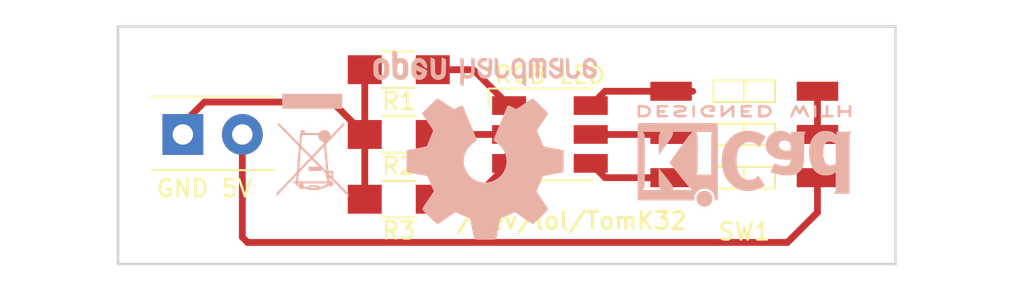
<source format=kicad_pcb>
(kicad_pcb (version 4) (host pcbnew 4.0.6)

  (general
    (links 12)
    (no_connects 3)
    (area 36.754999 36.754999 82.625001 50.875001)
    (thickness 1.6)
    (drawings 5)
    (tracks 26)
    (zones 0)
    (modules 13)
    (nets 9)
  )

  (page User 132.004 101.6)
  (layers
    (0 F.Cu signal)
    (31 B.Cu signal)
    (32 B.Adhes user)
    (33 F.Adhes user)
    (34 B.Paste user)
    (35 F.Paste user)
    (36 B.SilkS user)
    (37 F.SilkS user)
    (38 B.Mask user)
    (39 F.Mask user)
    (40 Dwgs.User user)
    (41 Cmts.User user)
    (42 Eco1.User user)
    (43 Eco2.User user)
    (44 Edge.Cuts user)
    (45 Margin user)
    (46 B.CrtYd user)
    (47 F.CrtYd user)
    (48 B.Fab user)
    (49 F.Fab user)
  )

  (setup
    (last_trace_width 0.4)
    (trace_clearance 0.2)
    (zone_clearance 0.508)
    (zone_45_only no)
    (trace_min 0.2)
    (segment_width 0.2)
    (edge_width 0.15)
    (via_size 0.6)
    (via_drill 0.4)
    (via_min_size 0.4)
    (via_min_drill 0.3)
    (uvia_size 0.3)
    (uvia_drill 0.1)
    (uvias_allowed no)
    (uvia_min_size 0.2)
    (uvia_min_drill 0.1)
    (pcb_text_width 0.3)
    (pcb_text_size 1.5 1.5)
    (mod_edge_width 0.15)
    (mod_text_size 1 1)
    (mod_text_width 0.15)
    (pad_size 1.524 1.524)
    (pad_drill 0.762)
    (pad_to_mask_clearance 0.2)
    (aux_axis_origin 0 0)
    (visible_elements FFFFFF7F)
    (pcbplotparams
      (layerselection 0x00030_80000001)
      (usegerberextensions false)
      (excludeedgelayer true)
      (linewidth 0.100000)
      (plotframeref false)
      (viasonmask false)
      (mode 1)
      (useauxorigin false)
      (hpglpennumber 1)
      (hpglpenspeed 20)
      (hpglpendiameter 15)
      (hpglpenoverlay 2)
      (psnegative false)
      (psa4output false)
      (plotreference true)
      (plotvalue true)
      (plotinvisibletext false)
      (padsonsilk false)
      (subtractmaskfromsilk false)
      (outputformat 1)
      (mirror false)
      (drillshape 0)
      (scaleselection 1)
      (outputdirectory ""))
  )

  (net 0 "")
  (net 1 "Net-(D1-Pad1)")
  (net 2 "Net-(D1-Pad2)")
  (net 3 "Net-(D1-Pad3)")
  (net 4 "Net-(D1-Pad4)")
  (net 5 "Net-(D1-Pad5)")
  (net 6 "Net-(D1-Pad6)")
  (net 7 GND)
  (net 8 +5V)

  (net_class Default "This is the default net class."
    (clearance 0.2)
    (trace_width 0.4)
    (via_dia 0.6)
    (via_drill 0.4)
    (uvia_dia 0.3)
    (uvia_drill 0.1)
    (add_net +5V)
    (add_net GND)
    (add_net "Net-(D1-Pad1)")
    (add_net "Net-(D1-Pad2)")
    (add_net "Net-(D1-Pad3)")
    (add_net "Net-(D1-Pad4)")
    (add_net "Net-(D1-Pad5)")
    (add_net "Net-(D1-Pad6)")
  )

  (module Connectors_Terminal_Blocks:TerminalBlock_4UCON_19963_02x3.5mm_Straight (layer F.Cu) (tedit 597A2D7E) (tstamp 597A1AFA)
    (at 40.64 43.18)
    (descr "2-way 3.5mm pitch terminal block, https://cdn-shop.adafruit.com/datasheets/19963.pdf")
    (tags "screw terminal block")
    (path /597A1E34)
    (fp_text reference "GND 5V" (at 1.27 3.175) (layer F.SilkS)
      (effects (font (size 1 1) (thickness 0.15)))
    )
    (fp_text value CONN_01X02 (at 1.75 5.1) (layer F.Fab)
      (effects (font (size 1 1) (thickness 0.15)))
    )
    (fp_line (start -2.25 -3.9) (end -2.25 4.1) (layer F.CrtYd) (width 0.05))
    (fp_line (start -2.25 4.1) (end 5.75 4.1) (layer F.CrtYd) (width 0.05))
    (fp_line (start 5.75 4.1) (end 5.75 -3.9) (layer F.CrtYd) (width 0.05))
    (fp_line (start 5.75 -3.9) (end -2.25 -3.9) (layer F.CrtYd) (width 0.05))
    (fp_line (start -1.75 2.1) (end 5.25 2.1) (layer F.Fab) (width 0.1))
    (fp_line (start -1.75 3.2) (end 5.25 3.2) (layer F.Fab) (width 0.1))
    (fp_line (start -1.75 -3.4) (end 5.25 -3.4) (layer F.Fab) (width 0.1))
    (fp_line (start 1.75 3.2) (end 1.75 3.6) (layer F.Fab) (width 0.1))
    (fp_line (start -2.09 1.85) (end -2.09 3.94) (layer F.Fab) (width 0.1))
    (fp_line (start -2.09 3.94) (end 0 3.94) (layer F.Fab) (width 0.1))
    (fp_line (start -1.85 2.1) (end 5.35 2.1) (layer F.SilkS) (width 0.12))
    (fp_line (start -1.85 -2.23) (end 5.35 -2.23) (layer F.SilkS) (width 0.12))
    (fp_text user %R (at 1.75 0.1) (layer F.Fab)
      (effects (font (size 1 1) (thickness 0.15)))
    )
    (pad 1 thru_hole rect (at 0 0) (size 2.4 2.4) (drill 1.2) (layers *.Cu *.Mask)
      (net 7 GND))
    (pad 2 thru_hole circle (at 3.5 0) (size 2.4 2.4) (drill 1.2) (layers *.Cu *.Mask)
      (net 8 +5V))
    (model ${KISYS3DMOD}/Connectors_Terminal_Blocks.3dshapes/TerminalBlock_4UCON_19963_02x3.5mm_Straight.wrl
      (at (xyz 0 0 0))
      (scale (xyz 1 1 1))
      (rotate (xyz 0 0 0))
    )
  )

  (module Buttons_Switches_SMD:SW_DIP_x3_W8.61mm_Slide_LowProfile (layer F.Cu) (tedit 597A2C28) (tstamp 597A1B16)
    (at 73.66 43.18)
    (descr "3x-dip-switch, Slide, row spacing 8.61 mm (338 mils), SMD, LowProfile")
    (tags "DIP Switch Slide 8.61mm 338mil SMD LowProfile")
    (path /597A1475)
    (attr smd)
    (fp_text reference SW1 (at 0 5.715) (layer F.SilkS)
      (effects (font (size 1 1) (thickness 0.15)))
    )
    (fp_text value SW_DIP_x03 (at 0 5.71) (layer F.Fab)
      (effects (font (size 1 1) (thickness 0.15)))
    )
    (fp_line (start -2.34 -4.59) (end 3.34 -4.59) (layer F.Fab) (width 0.1))
    (fp_line (start 3.34 -4.59) (end 3.34 4.59) (layer F.Fab) (width 0.1))
    (fp_line (start 3.34 4.59) (end -3.34 4.59) (layer F.Fab) (width 0.1))
    (fp_line (start -3.34 4.59) (end -3.34 -3.59) (layer F.Fab) (width 0.1))
    (fp_line (start -3.34 -3.59) (end -2.34 -4.59) (layer F.Fab) (width 0.1))
    (fp_line (start -1.81 -3.175) (end -1.81 -1.905) (layer F.Fab) (width 0.1))
    (fp_line (start -1.81 -1.905) (end 1.81 -1.905) (layer F.Fab) (width 0.1))
    (fp_line (start 1.81 -1.905) (end 1.81 -3.175) (layer F.Fab) (width 0.1))
    (fp_line (start 1.81 -3.175) (end -1.81 -3.175) (layer F.Fab) (width 0.1))
    (fp_line (start 0 -3.175) (end 0 -1.905) (layer F.Fab) (width 0.1))
    (fp_line (start -1.81 -0.635) (end -1.81 0.635) (layer F.Fab) (width 0.1))
    (fp_line (start -1.81 0.635) (end 1.81 0.635) (layer F.Fab) (width 0.1))
    (fp_line (start 1.81 0.635) (end 1.81 -0.635) (layer F.Fab) (width 0.1))
    (fp_line (start 1.81 -0.635) (end -1.81 -0.635) (layer F.Fab) (width 0.1))
    (fp_line (start 0 -0.635) (end 0 0.635) (layer F.Fab) (width 0.1))
    (fp_line (start -1.81 1.905) (end -1.81 3.175) (layer F.Fab) (width 0.1))
    (fp_line (start -1.81 3.175) (end 1.81 3.175) (layer F.Fab) (width 0.1))
    (fp_line (start 1.81 3.175) (end 1.81 1.905) (layer F.Fab) (width 0.1))
    (fp_line (start 1.81 1.905) (end -1.81 1.905) (layer F.Fab) (width 0.1))
    (fp_line (start 0 1.905) (end 0 3.175) (layer F.Fab) (width 0.1))
    (fp_line (start -1.81 -3.175) (end -1.81 -1.905) (layer F.SilkS) (width 0.12))
    (fp_line (start -1.81 -1.905) (end 1.81 -1.905) (layer F.SilkS) (width 0.12))
    (fp_line (start 1.81 -1.905) (end 1.81 -3.175) (layer F.SilkS) (width 0.12))
    (fp_line (start 1.81 -3.175) (end -1.81 -3.175) (layer F.SilkS) (width 0.12))
    (fp_line (start 0 -3.175) (end 0 -1.905) (layer F.SilkS) (width 0.12))
    (fp_line (start -1.81 -0.635) (end -1.81 0.635) (layer F.SilkS) (width 0.12))
    (fp_line (start -1.81 0.635) (end 1.81 0.635) (layer F.SilkS) (width 0.12))
    (fp_line (start 1.81 0.635) (end 1.81 -0.635) (layer F.SilkS) (width 0.12))
    (fp_line (start 1.81 -0.635) (end -1.81 -0.635) (layer F.SilkS) (width 0.12))
    (fp_line (start 0 -0.635) (end 0 0.635) (layer F.SilkS) (width 0.12))
    (fp_line (start -1.81 1.905) (end -1.81 3.175) (layer F.SilkS) (width 0.12))
    (fp_line (start -1.81 3.175) (end 1.81 3.175) (layer F.SilkS) (width 0.12))
    (fp_line (start 1.81 3.175) (end 1.81 1.905) (layer F.SilkS) (width 0.12))
    (fp_line (start 1.81 1.905) (end -1.81 1.905) (layer F.SilkS) (width 0.12))
    (fp_line (start 0 1.905) (end 0 3.175) (layer F.SilkS) (width 0.12))
    (fp_line (start -5.8 -5) (end -5.8 5) (layer F.CrtYd) (width 0.05))
    (fp_line (start -5.8 5) (end 5.8 5) (layer F.CrtYd) (width 0.05))
    (fp_line (start 5.8 5) (end 5.8 -5) (layer F.CrtYd) (width 0.05))
    (fp_line (start 5.8 -5) (end -5.8 -5) (layer F.CrtYd) (width 0.05))
    (pad 1 smd rect (at -4.305 -2.54) (size 2.44 1.12) (layers F.Cu F.Mask)
      (net 6 "Net-(D1-Pad6)"))
    (pad 4 smd rect (at 4.305 2.54) (size 2.44 1.12) (layers F.Cu F.Mask)
      (net 8 +5V))
    (pad 2 smd rect (at -4.305 0) (size 2.44 1.12) (layers F.Cu F.Mask)
      (net 5 "Net-(D1-Pad5)"))
    (pad 5 smd rect (at 4.305 0) (size 2.44 1.12) (layers F.Cu F.Mask)
      (net 8 +5V))
    (pad 3 smd rect (at -4.305 2.54) (size 2.44 1.12) (layers F.Cu F.Mask)
      (net 4 "Net-(D1-Pad4)"))
    (pad 6 smd rect (at 4.305 -2.54) (size 2.44 1.12) (layers F.Cu F.Mask)
      (net 8 +5V))
    (model Buttons_Switches.3dshapes/SW_DIP_x3_W8.61mm_Slide_LowProfile.wrl
      (at (xyz 0 0 0))
      (scale (xyz 1 1 1))
      (rotate (xyz 0 0 90))
    )
  )

  (module LEDs:LED_RGB_5050-6 (layer F.Cu) (tedit 597A29F2) (tstamp 597A1AF4)
    (at 62.23 43.18)
    (descr http://cdn.sparkfun.com/datasheets/Components/LED/5060BRG4.pdf)
    (tags "RGB LED 5050-6")
    (path /597A12CA)
    (attr smd)
    (fp_text reference "RGB LED" (at 0 -3.5) (layer F.SilkS)
      (effects (font (size 1 1) (thickness 0.15)))
    )
    (fp_text value LED_RGB (at 0 3.3) (layer F.Fab)
      (effects (font (size 1 1) (thickness 0.15)))
    )
    (fp_line (start -2.5 -1.9) (end -1.9 -2.5) (layer F.Fab) (width 0.1))
    (fp_line (start 2.5 -2.5) (end -2.5 -2.5) (layer F.Fab) (width 0.1))
    (fp_line (start 2.5 2.5) (end 2.5 -2.5) (layer F.Fab) (width 0.1))
    (fp_line (start -2.5 2.5) (end 2.5 2.5) (layer F.Fab) (width 0.1))
    (fp_line (start -2.5 -2.5) (end -2.5 2.5) (layer F.Fab) (width 0.1))
    (fp_line (start -3.6 -2.7) (end 2.5 -2.7) (layer F.SilkS) (width 0.12))
    (fp_line (start -3.6 -1.6) (end -3.6 -2.7) (layer F.SilkS) (width 0.12))
    (fp_line (start 2.5 2.7) (end -2.5 2.7) (layer F.SilkS) (width 0.12))
    (fp_line (start 3.65 -2.75) (end -3.65 -2.75) (layer F.CrtYd) (width 0.05))
    (fp_line (start 3.65 2.75) (end 3.65 -2.75) (layer F.CrtYd) (width 0.05))
    (fp_line (start -3.65 2.75) (end 3.65 2.75) (layer F.CrtYd) (width 0.05))
    (fp_line (start -3.65 -2.75) (end -3.65 2.75) (layer F.CrtYd) (width 0.05))
    (fp_text user %R (at 0 0) (layer F.Fab)
      (effects (font (size 0.6 0.6) (thickness 0.06)))
    )
    (fp_circle (center 0 0) (end 0 -1.9) (layer F.Fab) (width 0.1))
    (pad 1 smd rect (at -2.4 -1.7 90) (size 1.1 2) (layers F.Cu F.Paste F.Mask)
      (net 1 "Net-(D1-Pad1)"))
    (pad 2 smd rect (at -2.4 0 90) (size 1.1 2) (layers F.Cu F.Paste F.Mask)
      (net 2 "Net-(D1-Pad2)"))
    (pad 3 smd rect (at -2.4 1.7 90) (size 1.1 2) (layers F.Cu F.Paste F.Mask)
      (net 3 "Net-(D1-Pad3)"))
    (pad 4 smd rect (at 2.4 1.7 90) (size 1.1 2) (layers F.Cu F.Paste F.Mask)
      (net 4 "Net-(D1-Pad4)"))
    (pad 5 smd rect (at 2.4 0 90) (size 1.1 2) (layers F.Cu F.Paste F.Mask)
      (net 5 "Net-(D1-Pad5)"))
    (pad 6 smd rect (at 2.4 -1.7 90) (size 1.1 2) (layers F.Cu F.Paste F.Mask)
      (net 6 "Net-(D1-Pad6)"))
    (model ${KISYS3DMOD}/LEDs.3dshapes/LED_RGB_5050-6.wrl
      (at (xyz 0 0 0))
      (scale (xyz 1 1 1))
      (rotate (xyz 0 0 0))
    )
  )

  (module Resistors_SMD:R_1206_HandSoldering (layer F.Cu) (tedit 58E0A804) (tstamp 597A1B00)
    (at 53.34 39.37 180)
    (descr "Resistor SMD 1206, hand soldering")
    (tags "resistor 1206")
    (path /597A1805)
    (attr smd)
    (fp_text reference R1 (at 0 -1.85 180) (layer F.SilkS)
      (effects (font (size 1 1) (thickness 0.15)))
    )
    (fp_text value 330 (at 0 1.9 180) (layer F.Fab)
      (effects (font (size 1 1) (thickness 0.15)))
    )
    (fp_text user %R (at 0 0 180) (layer F.Fab)
      (effects (font (size 0.7 0.7) (thickness 0.105)))
    )
    (fp_line (start -1.6 0.8) (end -1.6 -0.8) (layer F.Fab) (width 0.1))
    (fp_line (start 1.6 0.8) (end -1.6 0.8) (layer F.Fab) (width 0.1))
    (fp_line (start 1.6 -0.8) (end 1.6 0.8) (layer F.Fab) (width 0.1))
    (fp_line (start -1.6 -0.8) (end 1.6 -0.8) (layer F.Fab) (width 0.1))
    (fp_line (start 1 1.07) (end -1 1.07) (layer F.SilkS) (width 0.12))
    (fp_line (start -1 -1.07) (end 1 -1.07) (layer F.SilkS) (width 0.12))
    (fp_line (start -3.25 -1.11) (end 3.25 -1.11) (layer F.CrtYd) (width 0.05))
    (fp_line (start -3.25 -1.11) (end -3.25 1.1) (layer F.CrtYd) (width 0.05))
    (fp_line (start 3.25 1.1) (end 3.25 -1.11) (layer F.CrtYd) (width 0.05))
    (fp_line (start 3.25 1.1) (end -3.25 1.1) (layer F.CrtYd) (width 0.05))
    (pad 1 smd rect (at -2 0 180) (size 2 1.7) (layers F.Cu F.Paste F.Mask)
      (net 1 "Net-(D1-Pad1)"))
    (pad 2 smd rect (at 2 0 180) (size 2 1.7) (layers F.Cu F.Paste F.Mask)
      (net 7 GND))
    (model ${KISYS3DMOD}/Resistors_SMD.3dshapes/R_1206.wrl
      (at (xyz 0 0 0))
      (scale (xyz 1 1 1))
      (rotate (xyz 0 0 0))
    )
  )

  (module Resistors_SMD:R_1206_HandSoldering (layer F.Cu) (tedit 58E0A804) (tstamp 597A1B06)
    (at 53.34 43.18 180)
    (descr "Resistor SMD 1206, hand soldering")
    (tags "resistor 1206")
    (path /597A17D8)
    (attr smd)
    (fp_text reference R2 (at 0 -1.85 180) (layer F.SilkS)
      (effects (font (size 1 1) (thickness 0.15)))
    )
    (fp_text value 330 (at 0 1.9 180) (layer F.Fab)
      (effects (font (size 1 1) (thickness 0.15)))
    )
    (fp_text user %R (at 0 0 180) (layer F.Fab)
      (effects (font (size 0.7 0.7) (thickness 0.105)))
    )
    (fp_line (start -1.6 0.8) (end -1.6 -0.8) (layer F.Fab) (width 0.1))
    (fp_line (start 1.6 0.8) (end -1.6 0.8) (layer F.Fab) (width 0.1))
    (fp_line (start 1.6 -0.8) (end 1.6 0.8) (layer F.Fab) (width 0.1))
    (fp_line (start -1.6 -0.8) (end 1.6 -0.8) (layer F.Fab) (width 0.1))
    (fp_line (start 1 1.07) (end -1 1.07) (layer F.SilkS) (width 0.12))
    (fp_line (start -1 -1.07) (end 1 -1.07) (layer F.SilkS) (width 0.12))
    (fp_line (start -3.25 -1.11) (end 3.25 -1.11) (layer F.CrtYd) (width 0.05))
    (fp_line (start -3.25 -1.11) (end -3.25 1.1) (layer F.CrtYd) (width 0.05))
    (fp_line (start 3.25 1.1) (end 3.25 -1.11) (layer F.CrtYd) (width 0.05))
    (fp_line (start 3.25 1.1) (end -3.25 1.1) (layer F.CrtYd) (width 0.05))
    (pad 1 smd rect (at -2 0 180) (size 2 1.7) (layers F.Cu F.Paste F.Mask)
      (net 2 "Net-(D1-Pad2)"))
    (pad 2 smd rect (at 2 0 180) (size 2 1.7) (layers F.Cu F.Paste F.Mask)
      (net 7 GND))
    (model ${KISYS3DMOD}/Resistors_SMD.3dshapes/R_1206.wrl
      (at (xyz 0 0 0))
      (scale (xyz 1 1 1))
      (rotate (xyz 0 0 0))
    )
  )

  (module Resistors_SMD:R_1206_HandSoldering (layer F.Cu) (tedit 58E0A804) (tstamp 597A1B0C)
    (at 53.34 46.99 180)
    (descr "Resistor SMD 1206, hand soldering")
    (tags "resistor 1206")
    (path /597A1740)
    (attr smd)
    (fp_text reference R3 (at 0 -1.85 180) (layer F.SilkS)
      (effects (font (size 1 1) (thickness 0.15)))
    )
    (fp_text value 330 (at 0 1.9 180) (layer F.Fab)
      (effects (font (size 1 1) (thickness 0.15)))
    )
    (fp_text user %R (at 0 0 180) (layer F.Fab)
      (effects (font (size 0.7 0.7) (thickness 0.105)))
    )
    (fp_line (start -1.6 0.8) (end -1.6 -0.8) (layer F.Fab) (width 0.1))
    (fp_line (start 1.6 0.8) (end -1.6 0.8) (layer F.Fab) (width 0.1))
    (fp_line (start 1.6 -0.8) (end 1.6 0.8) (layer F.Fab) (width 0.1))
    (fp_line (start -1.6 -0.8) (end 1.6 -0.8) (layer F.Fab) (width 0.1))
    (fp_line (start 1 1.07) (end -1 1.07) (layer F.SilkS) (width 0.12))
    (fp_line (start -1 -1.07) (end 1 -1.07) (layer F.SilkS) (width 0.12))
    (fp_line (start -3.25 -1.11) (end 3.25 -1.11) (layer F.CrtYd) (width 0.05))
    (fp_line (start -3.25 -1.11) (end -3.25 1.1) (layer F.CrtYd) (width 0.05))
    (fp_line (start 3.25 1.1) (end 3.25 -1.11) (layer F.CrtYd) (width 0.05))
    (fp_line (start 3.25 1.1) (end -3.25 1.1) (layer F.CrtYd) (width 0.05))
    (pad 1 smd rect (at -2 0 180) (size 2 1.7) (layers F.Cu F.Paste F.Mask)
      (net 3 "Net-(D1-Pad3)"))
    (pad 2 smd rect (at 2 0 180) (size 2 1.7) (layers F.Cu F.Paste F.Mask)
      (net 7 GND))
    (model ${KISYS3DMOD}/Resistors_SMD.3dshapes/R_1206.wrl
      (at (xyz 0 0 0))
      (scale (xyz 1 1 1))
      (rotate (xyz 0 0 0))
    )
  )

  (module Symbols:KiCad-Logo2_6mm_SilkScreen (layer B.Cu) (tedit 0) (tstamp 597A265E)
    (at 73.66 44.45)
    (descr "KiCad Logo")
    (tags "Logo KiCad")
    (attr virtual)
    (fp_text reference REF*** (at 0 0) (layer B.SilkS) hide
      (effects (font (size 1 1) (thickness 0.15)) (justify mirror))
    )
    (fp_text value KiCad-Logo2_6mm_SilkScreen (at 0.75 0) (layer B.Fab) hide
      (effects (font (size 1 1) (thickness 0.15)) (justify mirror))
    )
    (fp_poly (pts (xy -6.121371 -2.269066) (xy -6.081889 -2.269467) (xy -5.9662 -2.272259) (xy -5.869311 -2.28055)
      (xy -5.787919 -2.295232) (xy -5.718723 -2.317193) (xy -5.65842 -2.347322) (xy -5.603708 -2.38651)
      (xy -5.584167 -2.403532) (xy -5.55175 -2.443363) (xy -5.52252 -2.497413) (xy -5.499991 -2.557323)
      (xy -5.487679 -2.614739) (xy -5.4864 -2.635956) (xy -5.494417 -2.694769) (xy -5.515899 -2.759013)
      (xy -5.546999 -2.819821) (xy -5.583866 -2.86833) (xy -5.589854 -2.874182) (xy -5.640579 -2.915321)
      (xy -5.696125 -2.947435) (xy -5.759696 -2.971365) (xy -5.834494 -2.987953) (xy -5.923722 -2.998041)
      (xy -6.030582 -3.002469) (xy -6.079528 -3.002845) (xy -6.141762 -3.002545) (xy -6.185528 -3.001292)
      (xy -6.214931 -2.998554) (xy -6.234079 -2.993801) (xy -6.247077 -2.986501) (xy -6.254045 -2.980267)
      (xy -6.260626 -2.972694) (xy -6.265788 -2.962924) (xy -6.269703 -2.94834) (xy -6.272543 -2.926326)
      (xy -6.27448 -2.894264) (xy -6.275684 -2.849536) (xy -6.276328 -2.789526) (xy -6.276583 -2.711617)
      (xy -6.276622 -2.635956) (xy -6.27687 -2.535041) (xy -6.276817 -2.454427) (xy -6.275857 -2.415822)
      (xy -6.129867 -2.415822) (xy -6.129867 -2.856089) (xy -6.036734 -2.856004) (xy -5.980693 -2.854396)
      (xy -5.921999 -2.850256) (xy -5.873028 -2.844464) (xy -5.871538 -2.844226) (xy -5.792392 -2.82509)
      (xy -5.731002 -2.795287) (xy -5.684305 -2.752878) (xy -5.654635 -2.706961) (xy -5.636353 -2.656026)
      (xy -5.637771 -2.6082) (xy -5.658988 -2.556933) (xy -5.700489 -2.503899) (xy -5.757998 -2.4646)
      (xy -5.83275 -2.438331) (xy -5.882708 -2.429035) (xy -5.939416 -2.422507) (xy -5.999519 -2.417782)
      (xy -6.050639 -2.415817) (xy -6.053667 -2.415808) (xy -6.129867 -2.415822) (xy -6.275857 -2.415822)
      (xy -6.27526 -2.391851) (xy -6.270998 -2.345055) (xy -6.26283 -2.311778) (xy -6.249556 -2.289759)
      (xy -6.229974 -2.276739) (xy -6.202883 -2.270457) (xy -6.167082 -2.268653) (xy -6.121371 -2.269066)) (layer B.SilkS) (width 0.01))
    (fp_poly (pts (xy -4.712794 -2.269146) (xy -4.643386 -2.269518) (xy -4.590997 -2.270385) (xy -4.552847 -2.271946)
      (xy -4.526159 -2.274403) (xy -4.508153 -2.277957) (xy -4.496049 -2.28281) (xy -4.487069 -2.289161)
      (xy -4.483818 -2.292084) (xy -4.464043 -2.323142) (xy -4.460482 -2.358828) (xy -4.473491 -2.39051)
      (xy -4.479506 -2.396913) (xy -4.489235 -2.403121) (xy -4.504901 -2.40791) (xy -4.529408 -2.411514)
      (xy -4.565661 -2.414164) (xy -4.616565 -2.416095) (xy -4.685026 -2.417539) (xy -4.747617 -2.418418)
      (xy -4.995334 -2.421467) (xy -4.998719 -2.486378) (xy -5.002105 -2.551289) (xy -4.833958 -2.551289)
      (xy -4.760959 -2.551919) (xy -4.707517 -2.554553) (xy -4.670628 -2.560309) (xy -4.647288 -2.570304)
      (xy -4.634494 -2.585656) (xy -4.629242 -2.607482) (xy -4.628445 -2.627738) (xy -4.630923 -2.652592)
      (xy -4.640277 -2.670906) (xy -4.659383 -2.683637) (xy -4.691118 -2.691741) (xy -4.738359 -2.696176)
      (xy -4.803983 -2.697899) (xy -4.839801 -2.698045) (xy -5.000978 -2.698045) (xy -5.000978 -2.856089)
      (xy -4.752622 -2.856089) (xy -4.671213 -2.856202) (xy -4.609342 -2.856712) (xy -4.563968 -2.85787)
      (xy -4.532054 -2.85993) (xy -4.510559 -2.863146) (xy -4.496443 -2.867772) (xy -4.486668 -2.874059)
      (xy -4.481689 -2.878667) (xy -4.46461 -2.90556) (xy -4.459111 -2.929467) (xy -4.466963 -2.958667)
      (xy -4.481689 -2.980267) (xy -4.489546 -2.987066) (xy -4.499688 -2.992346) (xy -4.514844 -2.996298)
      (xy -4.537741 -2.999113) (xy -4.571109 -3.000982) (xy -4.617675 -3.002098) (xy -4.680167 -3.002651)
      (xy -4.761314 -3.002833) (xy -4.803422 -3.002845) (xy -4.893598 -3.002765) (xy -4.963924 -3.002398)
      (xy -5.017129 -3.001552) (xy -5.05594 -3.000036) (xy -5.083087 -2.997659) (xy -5.101298 -2.994229)
      (xy -5.1133 -2.989554) (xy -5.121822 -2.983444) (xy -5.125156 -2.980267) (xy -5.131755 -2.97267)
      (xy -5.136927 -2.96287) (xy -5.140846 -2.948239) (xy -5.143684 -2.926152) (xy -5.145615 -2.893982)
      (xy -5.146812 -2.849103) (xy -5.147448 -2.788889) (xy -5.147697 -2.710713) (xy -5.147734 -2.637923)
      (xy -5.1477 -2.544707) (xy -5.147465 -2.471431) (xy -5.14683 -2.415458) (xy -5.145594 -2.374151)
      (xy -5.143556 -2.344872) (xy -5.140517 -2.324984) (xy -5.136277 -2.31185) (xy -5.130635 -2.302832)
      (xy -5.123391 -2.295293) (xy -5.121606 -2.293612) (xy -5.112945 -2.286172) (xy -5.102882 -2.280409)
      (xy -5.088625 -2.276112) (xy -5.067383 -2.273064) (xy -5.036364 -2.271051) (xy -4.992777 -2.26986)
      (xy -4.933831 -2.269275) (xy -4.856734 -2.269083) (xy -4.802001 -2.269067) (xy -4.712794 -2.269146)) (layer B.SilkS) (width 0.01))
    (fp_poly (pts (xy -3.691703 -2.270351) (xy -3.616888 -2.275581) (xy -3.547306 -2.28375) (xy -3.487002 -2.29455)
      (xy -3.44002 -2.307673) (xy -3.410406 -2.322813) (xy -3.40586 -2.327269) (xy -3.390054 -2.36185)
      (xy -3.394847 -2.397351) (xy -3.419364 -2.427725) (xy -3.420534 -2.428596) (xy -3.434954 -2.437954)
      (xy -3.450008 -2.442876) (xy -3.471005 -2.443473) (xy -3.503257 -2.439861) (xy -3.552073 -2.432154)
      (xy -3.556 -2.431505) (xy -3.628739 -2.422569) (xy -3.707217 -2.418161) (xy -3.785927 -2.418119)
      (xy -3.859361 -2.422279) (xy -3.922011 -2.430479) (xy -3.96837 -2.442557) (xy -3.971416 -2.443771)
      (xy -4.005048 -2.462615) (xy -4.016864 -2.481685) (xy -4.007614 -2.500439) (xy -3.978047 -2.518337)
      (xy -3.928911 -2.534837) (xy -3.860957 -2.549396) (xy -3.815645 -2.556406) (xy -3.721456 -2.569889)
      (xy -3.646544 -2.582214) (xy -3.587717 -2.594449) (xy -3.541785 -2.607661) (xy -3.505555 -2.622917)
      (xy -3.475838 -2.641285) (xy -3.449442 -2.663831) (xy -3.42823 -2.685971) (xy -3.403065 -2.716819)
      (xy -3.390681 -2.743345) (xy -3.386808 -2.776026) (xy -3.386667 -2.787995) (xy -3.389576 -2.827712)
      (xy -3.401202 -2.857259) (xy -3.421323 -2.883486) (xy -3.462216 -2.923576) (xy -3.507817 -2.954149)
      (xy -3.561513 -2.976203) (xy -3.626692 -2.990735) (xy -3.706744 -2.998741) (xy -3.805057 -3.001218)
      (xy -3.821289 -3.001177) (xy -3.886849 -2.999818) (xy -3.951866 -2.99673) (xy -4.009252 -2.992356)
      (xy -4.051922 -2.98714) (xy -4.055372 -2.986541) (xy -4.097796 -2.976491) (xy -4.13378 -2.963796)
      (xy -4.15415 -2.95219) (xy -4.173107 -2.921572) (xy -4.174427 -2.885918) (xy -4.158085 -2.854144)
      (xy -4.154429 -2.850551) (xy -4.139315 -2.839876) (xy -4.120415 -2.835276) (xy -4.091162 -2.836059)
      (xy -4.055651 -2.840127) (xy -4.01597 -2.843762) (xy -3.960345 -2.846828) (xy -3.895406 -2.849053)
      (xy -3.827785 -2.850164) (xy -3.81 -2.850237) (xy -3.742128 -2.849964) (xy -3.692454 -2.848646)
      (xy -3.65661 -2.845827) (xy -3.630224 -2.84105) (xy -3.608926 -2.833857) (xy -3.596126 -2.827867)
      (xy -3.568 -2.811233) (xy -3.550068 -2.796168) (xy -3.547447 -2.791897) (xy -3.552976 -2.774263)
      (xy -3.57926 -2.757192) (xy -3.624478 -2.741458) (xy -3.686808 -2.727838) (xy -3.705171 -2.724804)
      (xy -3.80109 -2.709738) (xy -3.877641 -2.697146) (xy -3.93778 -2.686111) (xy -3.98446 -2.67572)
      (xy -4.020637 -2.665056) (xy -4.049265 -2.653205) (xy -4.073298 -2.639251) (xy -4.095692 -2.622281)
      (xy -4.119402 -2.601378) (xy -4.12738 -2.594049) (xy -4.155353 -2.566699) (xy -4.17016 -2.545029)
      (xy -4.175952 -2.520232) (xy -4.176889 -2.488983) (xy -4.166575 -2.427705) (xy -4.135752 -2.37564)
      (xy -4.084595 -2.332958) (xy -4.013283 -2.299825) (xy -3.9624 -2.284964) (xy -3.9071 -2.275366)
      (xy -3.840853 -2.269936) (xy -3.767706 -2.268367) (xy -3.691703 -2.270351)) (layer B.SilkS) (width 0.01))
    (fp_poly (pts (xy -2.923822 -2.291645) (xy -2.917242 -2.299218) (xy -2.912079 -2.308987) (xy -2.908164 -2.323571)
      (xy -2.905324 -2.345585) (xy -2.903387 -2.377648) (xy -2.902183 -2.422375) (xy -2.901539 -2.482385)
      (xy -2.901284 -2.560294) (xy -2.901245 -2.635956) (xy -2.901314 -2.729802) (xy -2.901638 -2.803689)
      (xy -2.902386 -2.860232) (xy -2.903732 -2.902049) (xy -2.905846 -2.931757) (xy -2.9089 -2.951973)
      (xy -2.913066 -2.965314) (xy -2.918516 -2.974398) (xy -2.923822 -2.980267) (xy -2.956826 -2.999947)
      (xy -2.991991 -2.998181) (xy -3.023455 -2.976717) (xy -3.030684 -2.968337) (xy -3.036334 -2.958614)
      (xy -3.040599 -2.944861) (xy -3.043673 -2.924389) (xy -3.045752 -2.894512) (xy -3.04703 -2.852541)
      (xy -3.047701 -2.795789) (xy -3.047959 -2.721567) (xy -3.048 -2.637537) (xy -3.048 -2.324485)
      (xy -3.020291 -2.296776) (xy -2.986137 -2.273463) (xy -2.953006 -2.272623) (xy -2.923822 -2.291645)) (layer B.SilkS) (width 0.01))
    (fp_poly (pts (xy -1.950081 -2.274599) (xy -1.881565 -2.286095) (xy -1.828943 -2.303967) (xy -1.794708 -2.327499)
      (xy -1.785379 -2.340924) (xy -1.775893 -2.372148) (xy -1.782277 -2.400395) (xy -1.80243 -2.427182)
      (xy -1.833745 -2.439713) (xy -1.879183 -2.438696) (xy -1.914326 -2.431906) (xy -1.992419 -2.418971)
      (xy -2.072226 -2.417742) (xy -2.161555 -2.428241) (xy -2.186229 -2.43269) (xy -2.269291 -2.456108)
      (xy -2.334273 -2.490945) (xy -2.380461 -2.536604) (xy -2.407145 -2.592494) (xy -2.412663 -2.621388)
      (xy -2.409051 -2.680012) (xy -2.385729 -2.731879) (xy -2.344824 -2.775978) (xy -2.288459 -2.811299)
      (xy -2.21876 -2.836829) (xy -2.137852 -2.851559) (xy -2.04786 -2.854478) (xy -1.95091 -2.844575)
      (xy -1.945436 -2.843641) (xy -1.906875 -2.836459) (xy -1.885494 -2.829521) (xy -1.876227 -2.819227)
      (xy -1.874006 -2.801976) (xy -1.873956 -2.792841) (xy -1.873956 -2.754489) (xy -1.942431 -2.754489)
      (xy -2.0029 -2.750347) (xy -2.044165 -2.737147) (xy -2.068175 -2.71373) (xy -2.076877 -2.678936)
      (xy -2.076983 -2.674394) (xy -2.071892 -2.644654) (xy -2.054433 -2.623419) (xy -2.021939 -2.609366)
      (xy -1.971743 -2.601173) (xy -1.923123 -2.598161) (xy -1.852456 -2.596433) (xy -1.801198 -2.59907)
      (xy -1.766239 -2.6088) (xy -1.74447 -2.628353) (xy -1.73278 -2.660456) (xy -1.72806 -2.707838)
      (xy -1.7272 -2.770071) (xy -1.728609 -2.839535) (xy -1.732848 -2.886786) (xy -1.739936 -2.912012)
      (xy -1.741311 -2.913988) (xy -1.780228 -2.945508) (xy -1.837286 -2.97047) (xy -1.908869 -2.98834)
      (xy -1.991358 -2.998586) (xy -2.081139 -3.000673) (xy -2.174592 -2.994068) (xy -2.229556 -2.985956)
      (xy -2.315766 -2.961554) (xy -2.395892 -2.921662) (xy -2.462977 -2.869887) (xy -2.473173 -2.859539)
      (xy -2.506302 -2.816035) (xy -2.536194 -2.762118) (xy -2.559357 -2.705592) (xy -2.572298 -2.654259)
      (xy -2.573858 -2.634544) (xy -2.567218 -2.593419) (xy -2.549568 -2.542252) (xy -2.524297 -2.488394)
      (xy -2.494789 -2.439195) (xy -2.468719 -2.406334) (xy -2.407765 -2.357452) (xy -2.328969 -2.318545)
      (xy -2.235157 -2.290494) (xy -2.12915 -2.274179) (xy -2.032 -2.270192) (xy -1.950081 -2.274599)) (layer B.SilkS) (width 0.01))
    (fp_poly (pts (xy -1.300114 -2.273448) (xy -1.276548 -2.287273) (xy -1.245735 -2.309881) (xy -1.206078 -2.342338)
      (xy -1.15598 -2.385708) (xy -1.093843 -2.441058) (xy -1.018072 -2.509451) (xy -0.931334 -2.588084)
      (xy -0.750711 -2.751878) (xy -0.745067 -2.532029) (xy -0.743029 -2.456351) (xy -0.741063 -2.399994)
      (xy -0.738734 -2.359706) (xy -0.735606 -2.332235) (xy -0.731245 -2.314329) (xy -0.725216 -2.302737)
      (xy -0.717084 -2.294208) (xy -0.712772 -2.290623) (xy -0.678241 -2.27167) (xy -0.645383 -2.274441)
      (xy -0.619318 -2.290633) (xy -0.592667 -2.312199) (xy -0.589352 -2.627151) (xy -0.588435 -2.719779)
      (xy -0.587968 -2.792544) (xy -0.588113 -2.848161) (xy -0.589032 -2.889342) (xy -0.590887 -2.918803)
      (xy -0.593839 -2.939255) (xy -0.59805 -2.953413) (xy -0.603682 -2.963991) (xy -0.609927 -2.972474)
      (xy -0.623439 -2.988207) (xy -0.636883 -2.998636) (xy -0.652124 -3.002639) (xy -0.671026 -2.999094)
      (xy -0.695455 -2.986879) (xy -0.727273 -2.964871) (xy -0.768348 -2.931949) (xy -0.820542 -2.886991)
      (xy -0.885722 -2.828875) (xy -0.959556 -2.762099) (xy -1.224845 -2.521458) (xy -1.230489 -2.740589)
      (xy -1.232531 -2.816128) (xy -1.234502 -2.872354) (xy -1.236839 -2.912524) (xy -1.239981 -2.939896)
      (xy -1.244364 -2.957728) (xy -1.250424 -2.969279) (xy -1.2586 -2.977807) (xy -1.262784 -2.981282)
      (xy -1.299765 -3.000372) (xy -1.334708 -2.997493) (xy -1.365136 -2.9731) (xy -1.372097 -2.963286)
      (xy -1.377523 -2.951826) (xy -1.381603 -2.935968) (xy -1.384529 -2.912963) (xy -1.386492 -2.880062)
      (xy -1.387683 -2.834516) (xy -1.388292 -2.773573) (xy -1.388511 -2.694486) (xy -1.388534 -2.635956)
      (xy -1.38846 -2.544407) (xy -1.388113 -2.472687) (xy -1.387301 -2.418045) (xy -1.385833 -2.377732)
      (xy -1.383519 -2.348998) (xy -1.380167 -2.329093) (xy -1.375588 -2.315268) (xy -1.369589 -2.304772)
      (xy -1.365136 -2.298811) (xy -1.35385 -2.284691) (xy -1.343301 -2.274029) (xy -1.331893 -2.267892)
      (xy -1.31803 -2.267343) (xy -1.300114 -2.273448)) (layer B.SilkS) (width 0.01))
    (fp_poly (pts (xy 0.230343 -2.26926) (xy 0.306701 -2.270174) (xy 0.365217 -2.272311) (xy 0.408255 -2.276175)
      (xy 0.438183 -2.282267) (xy 0.457368 -2.29109) (xy 0.468176 -2.303146) (xy 0.472973 -2.318939)
      (xy 0.474127 -2.33897) (xy 0.474133 -2.341335) (xy 0.473131 -2.363992) (xy 0.468396 -2.381503)
      (xy 0.457333 -2.394574) (xy 0.437348 -2.403913) (xy 0.405846 -2.410227) (xy 0.360232 -2.414222)
      (xy 0.297913 -2.416606) (xy 0.216293 -2.418086) (xy 0.191277 -2.418414) (xy -0.0508 -2.421467)
      (xy -0.054186 -2.486378) (xy -0.057571 -2.551289) (xy 0.110576 -2.551289) (xy 0.176266 -2.551531)
      (xy 0.223172 -2.552556) (xy 0.255083 -2.554811) (xy 0.275791 -2.558742) (xy 0.289084 -2.564798)
      (xy 0.298755 -2.573424) (xy 0.298817 -2.573493) (xy 0.316356 -2.607112) (xy 0.315722 -2.643448)
      (xy 0.297314 -2.674423) (xy 0.293671 -2.677607) (xy 0.280741 -2.685812) (xy 0.263024 -2.691521)
      (xy 0.23657 -2.695162) (xy 0.197432 -2.697167) (xy 0.141662 -2.697964) (xy 0.105994 -2.698045)
      (xy -0.056445 -2.698045) (xy -0.056445 -2.856089) (xy 0.190161 -2.856089) (xy 0.27158 -2.856231)
      (xy 0.33341 -2.856814) (xy 0.378637 -2.858068) (xy 0.410248 -2.860227) (xy 0.431231 -2.863523)
      (xy 0.444573 -2.868189) (xy 0.453261 -2.874457) (xy 0.45545 -2.876733) (xy 0.471614 -2.90828)
      (xy 0.472797 -2.944168) (xy 0.459536 -2.975285) (xy 0.449043 -2.985271) (xy 0.438129 -2.990769)
      (xy 0.421217 -2.995022) (xy 0.395633 -2.99818) (xy 0.358701 -3.000392) (xy 0.307746 -3.001806)
      (xy 0.240094 -3.002572) (xy 0.153069 -3.002838) (xy 0.133394 -3.002845) (xy 0.044911 -3.002787)
      (xy -0.023773 -3.002467) (xy -0.075436 -3.001667) (xy -0.112855 -3.000167) (xy -0.13881 -2.997749)
      (xy -0.156078 -2.994194) (xy -0.167438 -2.989282) (xy -0.175668 -2.982795) (xy -0.180183 -2.978138)
      (xy -0.186979 -2.969889) (xy -0.192288 -2.959669) (xy -0.196294 -2.9448) (xy -0.199179 -2.922602)
      (xy -0.201126 -2.890393) (xy -0.202319 -2.845496) (xy -0.202939 -2.785228) (xy -0.203171 -2.706911)
      (xy -0.2032 -2.640994) (xy -0.203129 -2.548628) (xy -0.202792 -2.476117) (xy -0.202002 -2.420737)
      (xy -0.200574 -2.379765) (xy -0.198321 -2.350478) (xy -0.195057 -2.330153) (xy -0.190596 -2.316066)
      (xy -0.184752 -2.305495) (xy -0.179803 -2.298811) (xy -0.156406 -2.269067) (xy 0.133774 -2.269067)
      (xy 0.230343 -2.26926)) (layer B.SilkS) (width 0.01))
    (fp_poly (pts (xy 1.018309 -2.269275) (xy 1.147288 -2.273636) (xy 1.256991 -2.286861) (xy 1.349226 -2.309741)
      (xy 1.425802 -2.34307) (xy 1.488527 -2.387638) (xy 1.539212 -2.444236) (xy 1.579663 -2.513658)
      (xy 1.580459 -2.515351) (xy 1.604601 -2.577483) (xy 1.613203 -2.632509) (xy 1.606231 -2.687887)
      (xy 1.583654 -2.751073) (xy 1.579372 -2.760689) (xy 1.550172 -2.816966) (xy 1.517356 -2.860451)
      (xy 1.475002 -2.897417) (xy 1.41719 -2.934135) (xy 1.413831 -2.936052) (xy 1.363504 -2.960227)
      (xy 1.306621 -2.978282) (xy 1.239527 -2.990839) (xy 1.158565 -2.998522) (xy 1.060082 -3.001953)
      (xy 1.025286 -3.002251) (xy 0.859594 -3.002845) (xy 0.836197 -2.9731) (xy 0.829257 -2.963319)
      (xy 0.823842 -2.951897) (xy 0.819765 -2.936095) (xy 0.816837 -2.913175) (xy 0.814867 -2.880396)
      (xy 0.814225 -2.856089) (xy 0.970844 -2.856089) (xy 1.064726 -2.856089) (xy 1.119664 -2.854483)
      (xy 1.17606 -2.850255) (xy 1.222345 -2.844292) (xy 1.225139 -2.84379) (xy 1.307348 -2.821736)
      (xy 1.371114 -2.7886) (xy 1.418452 -2.742847) (xy 1.451382 -2.682939) (xy 1.457108 -2.667061)
      (xy 1.462721 -2.642333) (xy 1.460291 -2.617902) (xy 1.448467 -2.5854) (xy 1.44134 -2.569434)
      (xy 1.418 -2.527006) (xy 1.38988 -2.49724) (xy 1.35894 -2.476511) (xy 1.296966 -2.449537)
      (xy 1.217651 -2.429998) (xy 1.125253 -2.418746) (xy 1.058333 -2.41627) (xy 0.970844 -2.415822)
      (xy 0.970844 -2.856089) (xy 0.814225 -2.856089) (xy 0.813668 -2.835021) (xy 0.81305 -2.774311)
      (xy 0.812825 -2.695526) (xy 0.8128 -2.63392) (xy 0.8128 -2.324485) (xy 0.840509 -2.296776)
      (xy 0.852806 -2.285544) (xy 0.866103 -2.277853) (xy 0.884672 -2.27304) (xy 0.912786 -2.270446)
      (xy 0.954717 -2.26941) (xy 1.014737 -2.26927) (xy 1.018309 -2.269275)) (layer B.SilkS) (width 0.01))
    (fp_poly (pts (xy 3.744665 -2.271034) (xy 3.764255 -2.278035) (xy 3.76501 -2.278377) (xy 3.791613 -2.298678)
      (xy 3.80627 -2.319561) (xy 3.809138 -2.329352) (xy 3.808996 -2.342361) (xy 3.804961 -2.360895)
      (xy 3.796146 -2.387257) (xy 3.781669 -2.423752) (xy 3.760645 -2.472687) (xy 3.732188 -2.536365)
      (xy 3.695415 -2.617093) (xy 3.675175 -2.661216) (xy 3.638625 -2.739985) (xy 3.604315 -2.812423)
      (xy 3.573552 -2.87588) (xy 3.547648 -2.927708) (xy 3.52791 -2.965259) (xy 3.51565 -2.985884)
      (xy 3.513224 -2.988733) (xy 3.482183 -3.001302) (xy 3.447121 -2.999619) (xy 3.419 -2.984332)
      (xy 3.417854 -2.983089) (xy 3.406668 -2.966154) (xy 3.387904 -2.93317) (xy 3.363875 -2.88838)
      (xy 3.336897 -2.836032) (xy 3.327201 -2.816742) (xy 3.254014 -2.67015) (xy 3.17424 -2.829393)
      (xy 3.145767 -2.884415) (xy 3.11935 -2.932132) (xy 3.097148 -2.968893) (xy 3.081319 -2.991044)
      (xy 3.075954 -2.995741) (xy 3.034257 -3.002102) (xy 2.999849 -2.988733) (xy 2.989728 -2.974446)
      (xy 2.972214 -2.942692) (xy 2.948735 -2.896597) (xy 2.92072 -2.839285) (xy 2.889599 -2.77388)
      (xy 2.856799 -2.703507) (xy 2.82375 -2.631291) (xy 2.791881 -2.560355) (xy 2.762619 -2.493825)
      (xy 2.737395 -2.434826) (xy 2.717636 -2.386481) (xy 2.704772 -2.351915) (xy 2.700231 -2.334253)
      (xy 2.700277 -2.333613) (xy 2.711326 -2.311388) (xy 2.73341 -2.288753) (xy 2.73471 -2.287768)
      (xy 2.761853 -2.272425) (xy 2.786958 -2.272574) (xy 2.796368 -2.275466) (xy 2.807834 -2.281718)
      (xy 2.82001 -2.294014) (xy 2.834357 -2.314908) (xy 2.852336 -2.346949) (xy 2.875407 -2.392688)
      (xy 2.90503 -2.454677) (xy 2.931745 -2.511898) (xy 2.96248 -2.578226) (xy 2.990021 -2.637874)
      (xy 3.012938 -2.687725) (xy 3.029798 -2.724664) (xy 3.039173 -2.745573) (xy 3.04054 -2.748845)
      (xy 3.046689 -2.743497) (xy 3.060822 -2.721109) (xy 3.081057 -2.684946) (xy 3.105515 -2.638277)
      (xy 3.115248 -2.619022) (xy 3.148217 -2.554004) (xy 3.173643 -2.506654) (xy 3.193612 -2.474219)
      (xy 3.21021 -2.453946) (xy 3.225524 -2.443082) (xy 3.24164 -2.438875) (xy 3.252143 -2.4384)
      (xy 3.27067 -2.440042) (xy 3.286904 -2.446831) (xy 3.303035 -2.461566) (xy 3.321251 -2.487044)
      (xy 3.343739 -2.526061) (xy 3.372689 -2.581414) (xy 3.388662 -2.612903) (xy 3.41457 -2.663087)
      (xy 3.437167 -2.704704) (xy 3.454458 -2.734242) (xy 3.46445 -2.748189) (xy 3.465809 -2.74877)
      (xy 3.472261 -2.737793) (xy 3.486708 -2.70929) (xy 3.507703 -2.666244) (xy 3.533797 -2.611638)
      (xy 3.563546 -2.548454) (xy 3.57818 -2.517071) (xy 3.61625 -2.436078) (xy 3.646905 -2.373756)
      (xy 3.671737 -2.328071) (xy 3.692337 -2.296989) (xy 3.710298 -2.278478) (xy 3.72721 -2.270504)
      (xy 3.744665 -2.271034)) (layer B.SilkS) (width 0.01))
    (fp_poly (pts (xy 4.188614 -2.275877) (xy 4.212327 -2.290647) (xy 4.238978 -2.312227) (xy 4.238978 -2.633773)
      (xy 4.238893 -2.72783) (xy 4.238529 -2.801932) (xy 4.237724 -2.858704) (xy 4.236313 -2.900768)
      (xy 4.234133 -2.930748) (xy 4.231021 -2.951267) (xy 4.226814 -2.964949) (xy 4.221348 -2.974416)
      (xy 4.217472 -2.979082) (xy 4.186034 -2.999575) (xy 4.150233 -2.998739) (xy 4.118873 -2.981264)
      (xy 4.092222 -2.959684) (xy 4.092222 -2.312227) (xy 4.118873 -2.290647) (xy 4.144594 -2.274949)
      (xy 4.1656 -2.269067) (xy 4.188614 -2.275877)) (layer B.SilkS) (width 0.01))
    (fp_poly (pts (xy 4.963065 -2.269163) (xy 5.041772 -2.269542) (xy 5.102863 -2.270333) (xy 5.148817 -2.27167)
      (xy 5.182114 -2.273683) (xy 5.205236 -2.276506) (xy 5.220662 -2.280269) (xy 5.230871 -2.285105)
      (xy 5.235813 -2.288822) (xy 5.261457 -2.321358) (xy 5.264559 -2.355138) (xy 5.248711 -2.385826)
      (xy 5.238348 -2.398089) (xy 5.227196 -2.40645) (xy 5.211035 -2.411657) (xy 5.185642 -2.414457)
      (xy 5.146798 -2.415596) (xy 5.09028 -2.415821) (xy 5.07918 -2.415822) (xy 4.933244 -2.415822)
      (xy 4.933244 -2.686756) (xy 4.933148 -2.772154) (xy 4.932711 -2.837864) (xy 4.931712 -2.886774)
      (xy 4.929928 -2.921773) (xy 4.927137 -2.945749) (xy 4.923117 -2.961593) (xy 4.917645 -2.972191)
      (xy 4.910666 -2.980267) (xy 4.877734 -3.000112) (xy 4.843354 -2.998548) (xy 4.812176 -2.975906)
      (xy 4.809886 -2.9731) (xy 4.802429 -2.962492) (xy 4.796747 -2.950081) (xy 4.792601 -2.93285)
      (xy 4.78975 -2.907784) (xy 4.787954 -2.871867) (xy 4.786972 -2.822083) (xy 4.786564 -2.755417)
      (xy 4.786489 -2.679589) (xy 4.786489 -2.415822) (xy 4.647127 -2.415822) (xy 4.587322 -2.415418)
      (xy 4.545918 -2.41384) (xy 4.518748 -2.410547) (xy 4.501646 -2.404992) (xy 4.490443 -2.396631)
      (xy 4.489083 -2.395178) (xy 4.472725 -2.361939) (xy 4.474172 -2.324362) (xy 4.492978 -2.291645)
      (xy 4.50025 -2.285298) (xy 4.509627 -2.280266) (xy 4.523609 -2.276396) (xy 4.544696 -2.273537)
      (xy 4.575389 -2.271535) (xy 4.618189 -2.270239) (xy 4.675595 -2.269498) (xy 4.75011 -2.269158)
      (xy 4.844233 -2.269068) (xy 4.86426 -2.269067) (xy 4.963065 -2.269163)) (layer B.SilkS) (width 0.01))
    (fp_poly (pts (xy 6.228823 -2.274533) (xy 6.260202 -2.296776) (xy 6.287911 -2.324485) (xy 6.287911 -2.63392)
      (xy 6.287838 -2.725799) (xy 6.287495 -2.79784) (xy 6.286692 -2.85278) (xy 6.285241 -2.89336)
      (xy 6.282952 -2.922317) (xy 6.279636 -2.942391) (xy 6.275105 -2.956321) (xy 6.269169 -2.966845)
      (xy 6.264514 -2.9731) (xy 6.233783 -2.997673) (xy 6.198496 -3.000341) (xy 6.166245 -2.985271)
      (xy 6.155588 -2.976374) (xy 6.148464 -2.964557) (xy 6.144167 -2.945526) (xy 6.141991 -2.914992)
      (xy 6.141228 -2.868662) (xy 6.141155 -2.832871) (xy 6.141155 -2.698045) (xy 5.644444 -2.698045)
      (xy 5.644444 -2.8207) (xy 5.643931 -2.876787) (xy 5.641876 -2.915333) (xy 5.637508 -2.941361)
      (xy 5.630056 -2.959897) (xy 5.621047 -2.9731) (xy 5.590144 -2.997604) (xy 5.555196 -3.000506)
      (xy 5.521738 -2.983089) (xy 5.512604 -2.973959) (xy 5.506152 -2.961855) (xy 5.501897 -2.943001)
      (xy 5.499352 -2.91362) (xy 5.498029 -2.869937) (xy 5.497443 -2.808175) (xy 5.497375 -2.794)
      (xy 5.496891 -2.677631) (xy 5.496641 -2.581727) (xy 5.496723 -2.504177) (xy 5.497231 -2.442869)
      (xy 5.498262 -2.39569) (xy 5.499913 -2.36053) (xy 5.502279 -2.335276) (xy 5.505457 -2.317817)
      (xy 5.509544 -2.306041) (xy 5.514634 -2.297835) (xy 5.520266 -2.291645) (xy 5.552128 -2.271844)
      (xy 5.585357 -2.274533) (xy 5.616735 -2.296776) (xy 5.629433 -2.311126) (xy 5.637526 -2.326978)
      (xy 5.642042 -2.349554) (xy 5.644006 -2.384078) (xy 5.644444 -2.435776) (xy 5.644444 -2.551289)
      (xy 6.141155 -2.551289) (xy 6.141155 -2.432756) (xy 6.141662 -2.378148) (xy 6.143698 -2.341275)
      (xy 6.148035 -2.317307) (xy 6.155447 -2.301415) (xy 6.163733 -2.291645) (xy 6.195594 -2.271844)
      (xy 6.228823 -2.274533)) (layer B.SilkS) (width 0.01))
    (fp_poly (pts (xy -2.9464 2.510946) (xy -2.935535 2.397007) (xy -2.903918 2.289384) (xy -2.853015 2.190385)
      (xy -2.784293 2.102316) (xy -2.699219 2.027484) (xy -2.602232 1.969616) (xy -2.495964 1.929995)
      (xy -2.38895 1.911427) (xy -2.2833 1.912566) (xy -2.181125 1.93207) (xy -2.084534 1.968594)
      (xy -1.995638 2.020795) (xy -1.916546 2.087327) (xy -1.849369 2.166848) (xy -1.796217 2.258013)
      (xy -1.759199 2.359477) (xy -1.740427 2.469898) (xy -1.738489 2.519794) (xy -1.738489 2.607733)
      (xy -1.68656 2.607733) (xy -1.650253 2.604889) (xy -1.623355 2.593089) (xy -1.596249 2.569351)
      (xy -1.557867 2.530969) (xy -1.557867 0.339398) (xy -1.557876 0.077261) (xy -1.557908 -0.163241)
      (xy -1.557972 -0.383048) (xy -1.558076 -0.583101) (xy -1.558227 -0.764344) (xy -1.558434 -0.927716)
      (xy -1.558706 -1.07416) (xy -1.55905 -1.204617) (xy -1.559474 -1.320029) (xy -1.559987 -1.421338)
      (xy -1.560597 -1.509484) (xy -1.561312 -1.58541) (xy -1.56214 -1.650057) (xy -1.563089 -1.704367)
      (xy -1.564167 -1.74928) (xy -1.565383 -1.78574) (xy -1.566745 -1.814687) (xy -1.568261 -1.837063)
      (xy -1.569938 -1.853809) (xy -1.571786 -1.865868) (xy -1.573813 -1.87418) (xy -1.576025 -1.879687)
      (xy -1.577108 -1.881537) (xy -1.581271 -1.888549) (xy -1.584805 -1.894996) (xy -1.588635 -1.9009)
      (xy -1.593682 -1.906286) (xy -1.600871 -1.911178) (xy -1.611123 -1.915598) (xy -1.625364 -1.919572)
      (xy -1.644514 -1.923121) (xy -1.669499 -1.92627) (xy -1.70124 -1.929042) (xy -1.740662 -1.931461)
      (xy -1.788686 -1.933551) (xy -1.846237 -1.935335) (xy -1.914237 -1.936837) (xy -1.99361 -1.93808)
      (xy -2.085279 -1.939089) (xy -2.190166 -1.939885) (xy -2.309196 -1.940494) (xy -2.44329 -1.940939)
      (xy -2.593373 -1.941243) (xy -2.760367 -1.94143) (xy -2.945196 -1.941524) (xy -3.148783 -1.941548)
      (xy -3.37205 -1.941525) (xy -3.615922 -1.94148) (xy -3.881321 -1.941437) (xy -3.919704 -1.941432)
      (xy -4.186682 -1.941389) (xy -4.432002 -1.941318) (xy -4.656583 -1.941213) (xy -4.861345 -1.941066)
      (xy -5.047206 -1.940869) (xy -5.215088 -1.940616) (xy -5.365908 -1.9403) (xy -5.500587 -1.939913)
      (xy -5.620044 -1.939447) (xy -5.725199 -1.938897) (xy -5.816971 -1.938253) (xy -5.896279 -1.937511)
      (xy -5.964043 -1.936661) (xy -6.021182 -1.935697) (xy -6.068617 -1.934611) (xy -6.107266 -1.933397)
      (xy -6.138049 -1.932047) (xy -6.161885 -1.930555) (xy -6.179694 -1.928911) (xy -6.192395 -1.927111)
      (xy -6.200908 -1.925145) (xy -6.205266 -1.923477) (xy -6.213728 -1.919906) (xy -6.221497 -1.91727)
      (xy -6.228602 -1.914634) (xy -6.235073 -1.911062) (xy -6.240939 -1.905621) (xy -6.246229 -1.897375)
      (xy -6.250974 -1.88539) (xy -6.255202 -1.868731) (xy -6.258943 -1.846463) (xy -6.262227 -1.817652)
      (xy -6.265083 -1.781363) (xy -6.26754 -1.736661) (xy -6.269629 -1.682611) (xy -6.271378 -1.618279)
      (xy -6.272817 -1.54273) (xy -6.273976 -1.45503) (xy -6.274883 -1.354243) (xy -6.275569 -1.239434)
      (xy -6.276063 -1.10967) (xy -6.276395 -0.964015) (xy -6.276593 -0.801535) (xy -6.276687 -0.621295)
      (xy -6.276708 -0.42236) (xy -6.276685 -0.203796) (xy -6.276646 0.035332) (xy -6.276622 0.29596)
      (xy -6.276622 0.338111) (xy -6.276636 0.601008) (xy -6.276661 0.842268) (xy -6.276671 1.062835)
      (xy -6.276642 1.263648) (xy -6.276548 1.445651) (xy -6.276362 1.609784) (xy -6.276059 1.756989)
      (xy -6.275614 1.888208) (xy -6.275034 1.998133) (xy -5.972197 1.998133) (xy -5.932407 1.940289)
      (xy -5.921236 1.924521) (xy -5.911166 1.910559) (xy -5.902138 1.897216) (xy -5.894097 1.883307)
      (xy -5.886986 1.867644) (xy -5.880747 1.849042) (xy -5.875325 1.826314) (xy -5.870662 1.798273)
      (xy -5.866701 1.763733) (xy -5.863385 1.721508) (xy -5.860659 1.670411) (xy -5.858464 1.609256)
      (xy -5.856745 1.536856) (xy -5.855444 1.452025) (xy -5.854505 1.353578) (xy -5.85387 1.240326)
      (xy -5.853484 1.111084) (xy -5.853288 0.964666) (xy -5.853227 0.799884) (xy -5.853243 0.615553)
      (xy -5.85328 0.410487) (xy -5.853289 0.287867) (xy -5.853265 0.070918) (xy -5.853231 -0.124642)
      (xy -5.853243 -0.299999) (xy -5.853358 -0.456341) (xy -5.85363 -0.594857) (xy -5.854118 -0.716734)
      (xy -5.854876 -0.82316) (xy -5.855962 -0.915322) (xy -5.857431 -0.994409) (xy -5.85934 -1.061608)
      (xy -5.861744 -1.118107) (xy -5.864701 -1.165093) (xy -5.868266 -1.203755) (xy -5.872495 -1.23528)
      (xy -5.877446 -1.260855) (xy -5.883173 -1.28167) (xy -5.889733 -1.298911) (xy -5.897183 -1.313765)
      (xy -5.905579 -1.327422) (xy -5.914976 -1.341069) (xy -5.925432 -1.355893) (xy -5.931523 -1.364783)
      (xy -5.970296 -1.4224) (xy -5.438732 -1.4224) (xy -5.315483 -1.422365) (xy -5.212987 -1.422215)
      (xy -5.12942 -1.421878) (xy -5.062956 -1.421286) (xy -5.011771 -1.420367) (xy -4.974041 -1.419051)
      (xy -4.94794 -1.417269) (xy -4.931644 -1.414951) (xy -4.923328 -1.412026) (xy -4.921168 -1.408424)
      (xy -4.923339 -1.404075) (xy -4.924535 -1.402645) (xy -4.949685 -1.365573) (xy -4.975583 -1.312772)
      (xy -4.999192 -1.25077) (xy -5.007461 -1.224357) (xy -5.012078 -1.206416) (xy -5.015979 -1.185355)
      (xy -5.019248 -1.159089) (xy -5.021966 -1.125532) (xy -5.024215 -1.082599) (xy -5.026077 -1.028204)
      (xy -5.027636 -0.960262) (xy -5.028972 -0.876688) (xy -5.030169 -0.775395) (xy -5.031308 -0.6543)
      (xy -5.031685 -0.6096) (xy -5.032702 -0.484449) (xy -5.03346 -0.380082) (xy -5.033903 -0.294707)
      (xy -5.03397 -0.226533) (xy -5.033605 -0.173765) (xy -5.032748 -0.134614) (xy -5.031341 -0.107285)
      (xy -5.029325 -0.089986) (xy -5.026643 -0.080926) (xy -5.023236 -0.078312) (xy -5.019044 -0.080351)
      (xy -5.014571 -0.084667) (xy -5.004216 -0.097602) (xy -4.982158 -0.126676) (xy -4.949957 -0.169759)
      (xy -4.909174 -0.224718) (xy -4.86137 -0.289423) (xy -4.808105 -0.361742) (xy -4.75094 -0.439544)
      (xy -4.691437 -0.520698) (xy -4.631155 -0.603072) (xy -4.571655 -0.684536) (xy -4.514498 -0.762957)
      (xy -4.461245 -0.836204) (xy -4.413457 -0.902147) (xy -4.372693 -0.958654) (xy -4.340516 -1.003593)
      (xy -4.318485 -1.034834) (xy -4.313917 -1.041466) (xy -4.290996 -1.078369) (xy -4.264188 -1.126359)
      (xy -4.238789 -1.175897) (xy -4.235568 -1.182577) (xy -4.21389 -1.230772) (xy -4.201304 -1.268334)
      (xy -4.195574 -1.30416) (xy -4.194456 -1.3462) (xy -4.19509 -1.4224) (xy -3.040651 -1.4224)
      (xy -3.131815 -1.328669) (xy -3.178612 -1.278775) (xy -3.228899 -1.222295) (xy -3.274944 -1.168026)
      (xy -3.295369 -1.142673) (xy -3.325807 -1.103128) (xy -3.365862 -1.049916) (xy -3.414361 -0.984667)
      (xy -3.470135 -0.909011) (xy -3.532011 -0.824577) (xy -3.598819 -0.732994) (xy -3.669387 -0.635892)
      (xy -3.742545 -0.534901) (xy -3.817121 -0.43165) (xy -3.891944 -0.327768) (xy -3.965843 -0.224885)
      (xy -4.037646 -0.124631) (xy -4.106184 -0.028636) (xy -4.170284 0.061473) (xy -4.228775 0.144064)
      (xy -4.280486 0.217508) (xy -4.324247 0.280176) (xy -4.358885 0.330439) (xy -4.38323 0.366666)
      (xy -4.396111 0.387229) (xy -4.397869 0.391332) (xy -4.38991 0.402658) (xy -4.369115 0.429838)
      (xy -4.336847 0.471171) (xy -4.29447 0.524956) (xy -4.243347 0.589494) (xy -4.184841 0.663082)
      (xy -4.120314 0.744022) (xy -4.051131 0.830612) (xy -3.978653 0.921152) (xy -3.904246 1.01394)
      (xy -3.844517 1.088298) (xy -2.833511 1.088298) (xy -2.827602 1.075341) (xy -2.813272 1.053092)
      (xy -2.812225 1.051609) (xy -2.793438 1.021456) (xy -2.773791 0.984625) (xy -2.769892 0.976489)
      (xy -2.766356 0.96806) (xy -2.76323 0.957941) (xy -2.760486 0.94474) (xy -2.758092 0.927062)
      (xy -2.756019 0.903516) (xy -2.754235 0.872707) (xy -2.752712 0.833243) (xy -2.751419 0.783731)
      (xy -2.750326 0.722777) (xy -2.749403 0.648989) (xy -2.748619 0.560972) (xy -2.747945 0.457335)
      (xy -2.74735 0.336684) (xy -2.746805 0.197626) (xy -2.746279 0.038768) (xy -2.745745 -0.140089)
      (xy -2.745206 -0.325207) (xy -2.744772 -0.489145) (xy -2.744509 -0.633303) (xy -2.744484 -0.759079)
      (xy -2.744765 -0.867871) (xy -2.745419 -0.961077) (xy -2.746514 -1.040097) (xy -2.748118 -1.106328)
      (xy -2.750297 -1.16117) (xy -2.753119 -1.206021) (xy -2.756651 -1.242278) (xy -2.760961 -1.271341)
      (xy -2.766117 -1.294609) (xy -2.772185 -1.313479) (xy -2.779233 -1.329351) (xy -2.787329 -1.343622)
      (xy -2.79654 -1.357691) (xy -2.80504 -1.370158) (xy -2.822176 -1.396452) (xy -2.832322 -1.414037)
      (xy -2.833511 -1.417257) (xy -2.822604 -1.418334) (xy -2.791411 -1.419335) (xy -2.742223 -1.420235)
      (xy -2.677333 -1.42101) (xy -2.59903 -1.421637) (xy -2.509607 -1.422091) (xy -2.411356 -1.422349)
      (xy -2.342445 -1.4224) (xy -2.237452 -1.42218) (xy -2.14061 -1.421548) (xy -2.054107 -1.420549)
      (xy -1.980132 -1.419227) (xy -1.920874 -1.417626) (xy -1.87852 -1.415791) (xy -1.85526 -1.413765)
      (xy -1.851378 -1.412493) (xy -1.859076 -1.397591) (xy -1.867074 -1.38956) (xy -1.880246 -1.372434)
      (xy -1.897485 -1.342183) (xy -1.909407 -1.317622) (xy -1.936045 -1.258711) (xy -1.93912 -0.081845)
      (xy -1.942195 1.095022) (xy -2.387853 1.095022) (xy -2.48567 1.094858) (xy -2.576064 1.094389)
      (xy -2.65663 1.093653) (xy -2.724962 1.092684) (xy -2.778656 1.09152) (xy -2.815305 1.090197)
      (xy -2.832504 1.088751) (xy -2.833511 1.088298) (xy -3.844517 1.088298) (xy -3.82927 1.107278)
      (xy -3.75509 1.199463) (xy -3.683069 1.288796) (xy -3.614569 1.373576) (xy -3.550955 1.452102)
      (xy -3.493588 1.522674) (xy -3.443833 1.583591) (xy -3.403052 1.633153) (xy -3.385888 1.653822)
      (xy -3.299596 1.754484) (xy -3.222997 1.837741) (xy -3.154183 1.905562) (xy -3.091248 1.959911)
      (xy -3.081867 1.967278) (xy -3.042356 1.997883) (xy -4.174116 1.998133) (xy -4.168827 1.950156)
      (xy -4.17213 1.892812) (xy -4.193661 1.824537) (xy -4.233635 1.744788) (xy -4.278943 1.672505)
      (xy -4.295161 1.64986) (xy -4.323214 1.612304) (xy -4.36143 1.561979) (xy -4.408137 1.501027)
      (xy -4.461661 1.431589) (xy -4.520331 1.355806) (xy -4.582475 1.27582) (xy -4.646421 1.193772)
      (xy -4.710495 1.111804) (xy -4.773027 1.032057) (xy -4.832343 0.956673) (xy -4.886771 0.887793)
      (xy -4.934639 0.827558) (xy -4.974275 0.778111) (xy -5.004006 0.741592) (xy -5.022161 0.720142)
      (xy -5.02522 0.716844) (xy -5.028079 0.724851) (xy -5.030293 0.755145) (xy -5.031857 0.807444)
      (xy -5.032767 0.881469) (xy -5.03302 0.976937) (xy -5.032613 1.093566) (xy -5.031704 1.213555)
      (xy -5.030382 1.345667) (xy -5.028857 1.457406) (xy -5.026881 1.550975) (xy -5.024206 1.628581)
      (xy -5.020582 1.692426) (xy -5.015761 1.744717) (xy -5.009494 1.787656) (xy -5.001532 1.823449)
      (xy -4.991627 1.8543) (xy -4.979531 1.882414) (xy -4.964993 1.909995) (xy -4.950311 1.935034)
      (xy -4.912314 1.998133) (xy -5.972197 1.998133) (xy -6.275034 1.998133) (xy -6.275001 2.004383)
      (xy -6.274195 2.106456) (xy -6.27317 2.195367) (xy -6.2719 2.272059) (xy -6.27036 2.337473)
      (xy -6.268524 2.392551) (xy -6.266367 2.438235) (xy -6.263863 2.475466) (xy -6.260987 2.505187)
      (xy -6.257713 2.528338) (xy -6.254015 2.545861) (xy -6.249869 2.558699) (xy -6.245247 2.567792)
      (xy -6.240126 2.574082) (xy -6.234478 2.578512) (xy -6.228279 2.582022) (xy -6.221504 2.585555)
      (xy -6.215508 2.589124) (xy -6.210275 2.5917) (xy -6.202099 2.594028) (xy -6.189886 2.596122)
      (xy -6.172541 2.597993) (xy -6.148969 2.599653) (xy -6.118077 2.601116) (xy -6.078768 2.602392)
      (xy -6.02995 2.603496) (xy -5.970527 2.604439) (xy -5.899404 2.605233) (xy -5.815488 2.605891)
      (xy -5.717683 2.606425) (xy -5.604894 2.606847) (xy -5.476029 2.607171) (xy -5.329991 2.607408)
      (xy -5.165686 2.60757) (xy -4.98202 2.60767) (xy -4.777897 2.60772) (xy -4.566753 2.607733)
      (xy -2.9464 2.607733) (xy -2.9464 2.510946)) (layer B.SilkS) (width 0.01))
    (fp_poly (pts (xy 0.328429 2.050929) (xy 0.48857 2.029755) (xy 0.65251 1.989615) (xy 0.822313 1.930111)
      (xy 1.000043 1.850846) (xy 1.01131 1.845301) (xy 1.069005 1.817275) (xy 1.120552 1.793198)
      (xy 1.162191 1.774751) (xy 1.190162 1.763614) (xy 1.199733 1.761067) (xy 1.21895 1.756059)
      (xy 1.223561 1.751853) (xy 1.218458 1.74142) (xy 1.202418 1.715132) (xy 1.177288 1.675743)
      (xy 1.144914 1.626009) (xy 1.107143 1.568685) (xy 1.065822 1.506524) (xy 1.022798 1.442282)
      (xy 0.979917 1.378715) (xy 0.939026 1.318575) (xy 0.901971 1.26462) (xy 0.8706 1.219603)
      (xy 0.846759 1.186279) (xy 0.832294 1.167403) (xy 0.830309 1.165213) (xy 0.820191 1.169862)
      (xy 0.79785 1.187038) (xy 0.76728 1.21356) (xy 0.751536 1.228036) (xy 0.655047 1.303318)
      (xy 0.548336 1.358759) (xy 0.432832 1.393859) (xy 0.309962 1.40812) (xy 0.240561 1.406949)
      (xy 0.119423 1.389788) (xy 0.010205 1.353906) (xy -0.087418 1.299041) (xy -0.173772 1.22493)
      (xy -0.249185 1.131312) (xy -0.313982 1.017924) (xy -0.351399 0.931333) (xy -0.395252 0.795634)
      (xy -0.427572 0.64815) (xy -0.448443 0.492686) (xy -0.457949 0.333044) (xy -0.456173 0.173027)
      (xy -0.443197 0.016439) (xy -0.419106 -0.132918) (xy -0.383982 -0.27124) (xy -0.337908 -0.394724)
      (xy -0.321627 -0.428978) (xy -0.25338 -0.543064) (xy -0.172921 -0.639557) (xy -0.08143 -0.71767)
      (xy 0.019911 -0.776617) (xy 0.12992 -0.815612) (xy 0.247415 -0.833868) (xy 0.288883 -0.835211)
      (xy 0.410441 -0.82429) (xy 0.530878 -0.791474) (xy 0.648666 -0.737439) (xy 0.762277 -0.662865)
      (xy 0.853685 -0.584539) (xy 0.900215 -0.540008) (xy 1.081483 -0.837271) (xy 1.12658 -0.911433)
      (xy 1.167819 -0.979646) (xy 1.203735 -1.039459) (xy 1.232866 -1.08842) (xy 1.25375 -1.124079)
      (xy 1.264924 -1.143984) (xy 1.266375 -1.147079) (xy 1.258146 -1.156718) (xy 1.232567 -1.173999)
      (xy 1.192873 -1.197283) (xy 1.142297 -1.224934) (xy 1.084074 -1.255315) (xy 1.021437 -1.28679)
      (xy 0.957621 -1.317722) (xy 0.89586 -1.346473) (xy 0.839388 -1.371408) (xy 0.791438 -1.390889)
      (xy 0.767986 -1.399318) (xy 0.634221 -1.437133) (xy 0.496327 -1.462136) (xy 0.348622 -1.47514)
      (xy 0.221833 -1.477468) (xy 0.153878 -1.476373) (xy 0.088277 -1.474275) (xy 0.030847 -1.471434)
      (xy -0.012597 -1.468106) (xy -0.026702 -1.466422) (xy -0.165716 -1.437587) (xy -0.307243 -1.392468)
      (xy -0.444725 -1.33375) (xy -0.571606 -1.26412) (xy -0.649111 -1.211441) (xy -0.776519 -1.103239)
      (xy -0.894822 -0.976671) (xy -1.001828 -0.834866) (xy -1.095348 -0.680951) (xy -1.17319 -0.518053)
      (xy -1.217044 -0.400756) (xy -1.267292 -0.217128) (xy -1.300791 -0.022581) (xy -1.317551 0.178675)
      (xy -1.317584 0.382432) (xy -1.300899 0.584479) (xy -1.267507 0.780608) (xy -1.21742 0.966609)
      (xy -1.213603 0.978197) (xy -1.150719 1.14025) (xy -1.073972 1.288168) (xy -0.980758 1.426135)
      (xy -0.868473 1.558339) (xy -0.824608 1.603601) (xy -0.688466 1.727543) (xy -0.548509 1.830085)
      (xy -0.402589 1.912344) (xy -0.248558 1.975436) (xy -0.084268 2.020477) (xy 0.011289 2.037967)
      (xy 0.170023 2.053534) (xy 0.328429 2.050929)) (layer B.SilkS) (width 0.01))
    (fp_poly (pts (xy 2.673574 1.133448) (xy 2.825492 1.113433) (xy 2.960756 1.079798) (xy 3.080239 1.032275)
      (xy 3.184815 0.970595) (xy 3.262424 0.907035) (xy 3.331265 0.832901) (xy 3.385006 0.753129)
      (xy 3.42791 0.660909) (xy 3.443384 0.617839) (xy 3.456244 0.578858) (xy 3.467446 0.542711)
      (xy 3.47712 0.507566) (xy 3.485396 0.47159) (xy 3.492403 0.43295) (xy 3.498272 0.389815)
      (xy 3.503131 0.340351) (xy 3.50711 0.282727) (xy 3.51034 0.215109) (xy 3.512949 0.135666)
      (xy 3.515067 0.042564) (xy 3.516824 -0.066027) (xy 3.518349 -0.191942) (xy 3.519772 -0.337012)
      (xy 3.521025 -0.479778) (xy 3.522351 -0.635968) (xy 3.523556 -0.771239) (xy 3.524766 -0.887246)
      (xy 3.526106 -0.985645) (xy 3.5277 -1.068093) (xy 3.529675 -1.136246) (xy 3.532156 -1.19176)
      (xy 3.535269 -1.236292) (xy 3.539138 -1.271498) (xy 3.543889 -1.299034) (xy 3.549648 -1.320556)
      (xy 3.556539 -1.337722) (xy 3.564689 -1.352186) (xy 3.574223 -1.365606) (xy 3.585266 -1.379638)
      (xy 3.589566 -1.385071) (xy 3.605386 -1.40791) (xy 3.612422 -1.423463) (xy 3.612444 -1.423922)
      (xy 3.601567 -1.426121) (xy 3.570582 -1.428147) (xy 3.521957 -1.429942) (xy 3.458163 -1.431451)
      (xy 3.381669 -1.432616) (xy 3.294944 -1.43338) (xy 3.200457 -1.433686) (xy 3.18955 -1.433689)
      (xy 2.766657 -1.433689) (xy 2.763395 -1.337622) (xy 2.760133 -1.241556) (xy 2.698044 -1.292543)
      (xy 2.600714 -1.360057) (xy 2.490813 -1.414749) (xy 2.404349 -1.444978) (xy 2.335278 -1.459666)
      (xy 2.251925 -1.469659) (xy 2.162159 -1.474646) (xy 2.073845 -1.474313) (xy 1.994851 -1.468351)
      (xy 1.958622 -1.462638) (xy 1.818603 -1.424776) (xy 1.692178 -1.369932) (xy 1.58026 -1.298924)
      (xy 1.483762 -1.212568) (xy 1.4036 -1.111679) (xy 1.340687 -0.997076) (xy 1.296312 -0.870984)
      (xy 1.283978 -0.814401) (xy 1.276368 -0.752202) (xy 1.272739 -0.677363) (xy 1.272245 -0.643467)
      (xy 1.27231 -0.640282) (xy 2.032248 -0.640282) (xy 2.041541 -0.715333) (xy 2.069728 -0.77916)
      (xy 2.118197 -0.834798) (xy 2.123254 -0.839211) (xy 2.171548 -0.874037) (xy 2.223257 -0.89662)
      (xy 2.283989 -0.90854) (xy 2.359352 -0.911383) (xy 2.377459 -0.910978) (xy 2.431278 -0.908325)
      (xy 2.471308 -0.902909) (xy 2.506324 -0.892745) (xy 2.545103 -0.87585) (xy 2.555745 -0.870672)
      (xy 2.616396 -0.834844) (xy 2.663215 -0.792212) (xy 2.675952 -0.776973) (xy 2.720622 -0.720462)
      (xy 2.720622 -0.524586) (xy 2.720086 -0.445939) (xy 2.718396 -0.387988) (xy 2.715428 -0.348875)
      (xy 2.711057 -0.326741) (xy 2.706972 -0.320274) (xy 2.691047 -0.317111) (xy 2.657264 -0.314488)
      (xy 2.61034 -0.312655) (xy 2.554993 -0.311857) (xy 2.546106 -0.311842) (xy 2.42533 -0.317096)
      (xy 2.32266 -0.333263) (xy 2.236106 -0.360961) (xy 2.163681 -0.400808) (xy 2.108751 -0.447758)
      (xy 2.064204 -0.505645) (xy 2.03948 -0.568693) (xy 2.032248 -0.640282) (xy 1.27231 -0.640282)
      (xy 1.274178 -0.549712) (xy 1.282522 -0.470812) (xy 1.298768 -0.39959) (xy 1.324405 -0.328864)
      (xy 1.348401 -0.276493) (xy 1.40702 -0.181196) (xy 1.485117 -0.09317) (xy 1.580315 -0.014017)
      (xy 1.690238 0.05466) (xy 1.81251 0.111259) (xy 1.944755 0.154179) (xy 2.009422 0.169118)
      (xy 2.145604 0.191223) (xy 2.294049 0.205806) (xy 2.445505 0.212187) (xy 2.572064 0.210555)
      (xy 2.73395 0.203776) (xy 2.72653 0.262755) (xy 2.707238 0.361908) (xy 2.676104 0.442628)
      (xy 2.632269 0.505534) (xy 2.574871 0.551244) (xy 2.503048 0.580378) (xy 2.415941 0.593553)
      (xy 2.312686 0.591389) (xy 2.274711 0.587388) (xy 2.13352 0.56222) (xy 1.996707 0.521186)
      (xy 1.902178 0.483185) (xy 1.857018 0.46381) (xy 1.818585 0.44824) (xy 1.792234 0.438595)
      (xy 1.784546 0.436548) (xy 1.774802 0.445626) (xy 1.758083 0.474595) (xy 1.734232 0.523783)
      (xy 1.703093 0.593516) (xy 1.664507 0.684121) (xy 1.65791 0.699911) (xy 1.627853 0.772228)
      (xy 1.600874 0.837575) (xy 1.578136 0.893094) (xy 1.560806 0.935928) (xy 1.550048 0.963219)
      (xy 1.546941 0.972058) (xy 1.55694 0.976813) (xy 1.583217 0.98209) (xy 1.611489 0.985769)
      (xy 1.641646 0.990526) (xy 1.689433 0.999972) (xy 1.750612 1.01318) (xy 1.820946 1.029224)
      (xy 1.896194 1.04718) (xy 1.924755 1.054203) (xy 2.029816 1.079791) (xy 2.11748 1.099853)
      (xy 2.192068 1.115031) (xy 2.257903 1.125965) (xy 2.319307 1.133296) (xy 2.380602 1.137665)
      (xy 2.44611 1.139713) (xy 2.504128 1.140111) (xy 2.673574 1.133448)) (layer B.SilkS) (width 0.01))
    (fp_poly (pts (xy 6.186507 0.527755) (xy 6.186526 0.293338) (xy 6.186552 0.080397) (xy 6.186625 -0.112168)
      (xy 6.186782 -0.285459) (xy 6.187064 -0.440576) (xy 6.187509 -0.57862) (xy 6.188156 -0.700692)
      (xy 6.189045 -0.807894) (xy 6.190213 -0.901326) (xy 6.191701 -0.98209) (xy 6.193546 -1.051286)
      (xy 6.195789 -1.110015) (xy 6.198469 -1.159379) (xy 6.201623 -1.200478) (xy 6.205292 -1.234413)
      (xy 6.209513 -1.262286) (xy 6.214327 -1.285198) (xy 6.219773 -1.304249) (xy 6.225888 -1.32054)
      (xy 6.232712 -1.335173) (xy 6.240285 -1.349249) (xy 6.248645 -1.363868) (xy 6.253839 -1.372974)
      (xy 6.288104 -1.433689) (xy 5.429955 -1.433689) (xy 5.429955 -1.337733) (xy 5.429224 -1.29437)
      (xy 5.427272 -1.261205) (xy 5.424463 -1.243424) (xy 5.423221 -1.241778) (xy 5.411799 -1.248662)
      (xy 5.389084 -1.266505) (xy 5.366385 -1.285879) (xy 5.3118 -1.326614) (xy 5.242321 -1.367617)
      (xy 5.16527 -1.405123) (xy 5.087965 -1.435364) (xy 5.057113 -1.445012) (xy 4.988616 -1.459578)
      (xy 4.905764 -1.469539) (xy 4.816371 -1.474583) (xy 4.728248 -1.474396) (xy 4.649207 -1.468666)
      (xy 4.611511 -1.462858) (xy 4.473414 -1.424797) (xy 4.346113 -1.367073) (xy 4.230292 -1.290211)
      (xy 4.126637 -1.194739) (xy 4.035833 -1.081179) (xy 3.969031 -0.970381) (xy 3.914164 -0.853625)
      (xy 3.872163 -0.734276) (xy 3.842167 -0.608283) (xy 3.823311 -0.471594) (xy 3.814732 -0.320158)
      (xy 3.814006 -0.242711) (xy 3.8161 -0.185934) (xy 4.645217 -0.185934) (xy 4.645424 -0.279002)
      (xy 4.648337 -0.366692) (xy 4.654 -0.443772) (xy 4.662455 -0.505009) (xy 4.665038 -0.51735)
      (xy 4.69684 -0.624633) (xy 4.738498 -0.711658) (xy 4.790363 -0.778642) (xy 4.852781 -0.825805)
      (xy 4.9261 -0.853365) (xy 5.010669 -0.861541) (xy 5.106835 -0.850551) (xy 5.170311 -0.834829)
      (xy 5.219454 -0.816639) (xy 5.273583 -0.790791) (xy 5.314244 -0.767089) (xy 5.3848 -0.720721)
      (xy 5.3848 0.42947) (xy 5.317392 0.473038) (xy 5.238867 0.51396) (xy 5.154681 0.540611)
      (xy 5.069557 0.552535) (xy 4.988216 0.549278) (xy 4.91538 0.530385) (xy 4.883426 0.514816)
      (xy 4.825501 0.471819) (xy 4.776544 0.415047) (xy 4.73539 0.342425) (xy 4.700874 0.251879)
      (xy 4.671833 0.141334) (xy 4.670552 0.135467) (xy 4.660381 0.073212) (xy 4.652739 -0.004594)
      (xy 4.64767 -0.09272) (xy 4.645217 -0.185934) (xy 3.8161 -0.185934) (xy 3.821857 -0.029895)
      (xy 3.843802 0.165941) (xy 3.879786 0.344668) (xy 3.929759 0.506155) (xy 3.993668 0.650274)
      (xy 4.071462 0.776894) (xy 4.163089 0.885885) (xy 4.268497 0.977117) (xy 4.313662 1.008068)
      (xy 4.414611 1.064215) (xy 4.517901 1.103826) (xy 4.627989 1.127986) (xy 4.74933 1.137781)
      (xy 4.841836 1.136735) (xy 4.97149 1.125769) (xy 5.084084 1.103954) (xy 5.182875 1.070286)
      (xy 5.271121 1.023764) (xy 5.319986 0.989552) (xy 5.349353 0.967638) (xy 5.371043 0.952667)
      (xy 5.379253 0.948267) (xy 5.380868 0.959096) (xy 5.382159 0.989749) (xy 5.383138 1.037474)
      (xy 5.383817 1.099521) (xy 5.38421 1.173138) (xy 5.38433 1.255573) (xy 5.384188 1.344075)
      (xy 5.383797 1.435893) (xy 5.383171 1.528276) (xy 5.38232 1.618472) (xy 5.38126 1.703729)
      (xy 5.380001 1.781297) (xy 5.378556 1.848424) (xy 5.376938 1.902359) (xy 5.375161 1.94035)
      (xy 5.374669 1.947333) (xy 5.367092 2.017749) (xy 5.355531 2.072898) (xy 5.337792 2.120019)
      (xy 5.311682 2.166353) (xy 5.305415 2.175933) (xy 5.280983 2.212622) (xy 6.186311 2.212622)
      (xy 6.186507 0.527755)) (layer B.SilkS) (width 0.01))
    (fp_poly (pts (xy -2.273043 2.973429) (xy -2.176768 2.949191) (xy -2.090184 2.906359) (xy -2.015373 2.846581)
      (xy -1.954418 2.771506) (xy -1.909399 2.68278) (xy -1.883136 2.58647) (xy -1.877286 2.489205)
      (xy -1.89214 2.395346) (xy -1.92584 2.307489) (xy -1.976528 2.22823) (xy -2.042345 2.160164)
      (xy -2.121434 2.105888) (xy -2.211934 2.067998) (xy -2.2632 2.055574) (xy -2.307698 2.048053)
      (xy -2.341999 2.045081) (xy -2.37496 2.046906) (xy -2.415434 2.053775) (xy -2.448531 2.06075)
      (xy -2.541947 2.092259) (xy -2.625619 2.143383) (xy -2.697665 2.212571) (xy -2.7562 2.298272)
      (xy -2.770148 2.325511) (xy -2.786586 2.361878) (xy -2.796894 2.392418) (xy -2.80246 2.42455)
      (xy -2.804669 2.465693) (xy -2.804948 2.511778) (xy -2.800861 2.596135) (xy -2.787446 2.665414)
      (xy -2.762256 2.726039) (xy -2.722846 2.784433) (xy -2.684298 2.828698) (xy -2.612406 2.894516)
      (xy -2.537313 2.939947) (xy -2.454562 2.96715) (xy -2.376928 2.977424) (xy -2.273043 2.973429)) (layer B.SilkS) (width 0.01))
  )

  (module Symbols:OSHW-Logo2_14.6x12mm_SilkScreen (layer B.Cu) (tedit 0) (tstamp 597A26CE)
    (at 58.42 43.815)
    (descr "Open Source Hardware Symbol")
    (tags "Logo Symbol OSHW")
    (attr virtual)
    (fp_text reference REF*** (at 0 0) (layer B.SilkS) hide
      (effects (font (size 1 1) (thickness 0.15)) (justify mirror))
    )
    (fp_text value OSHW-Logo2_14.6x12mm_SilkScreen (at 0.75 0) (layer B.Fab) hide
      (effects (font (size 1 1) (thickness 0.15)) (justify mirror))
    )
    (fp_poly (pts (xy -4.8281 -3.861903) (xy -4.71655 -3.917522) (xy -4.618092 -4.019931) (xy -4.590977 -4.057864)
      (xy -4.561438 -4.1075) (xy -4.542272 -4.161412) (xy -4.531307 -4.233364) (xy -4.526371 -4.337122)
      (xy -4.525287 -4.474101) (xy -4.530182 -4.661815) (xy -4.547196 -4.802758) (xy -4.579823 -4.907908)
      (xy -4.631558 -4.988243) (xy -4.705896 -5.054741) (xy -4.711358 -5.058678) (xy -4.78462 -5.098953)
      (xy -4.87284 -5.11888) (xy -4.985038 -5.123793) (xy -5.167433 -5.123793) (xy -5.167509 -5.300857)
      (xy -5.169207 -5.39947) (xy -5.17955 -5.457314) (xy -5.206578 -5.492006) (xy -5.258332 -5.521164)
      (xy -5.270761 -5.527121) (xy -5.328923 -5.555039) (xy -5.373956 -5.572672) (xy -5.407441 -5.574194)
      (xy -5.430962 -5.553781) (xy -5.4461 -5.505607) (xy -5.454437 -5.423846) (xy -5.457556 -5.302672)
      (xy -5.45704 -5.13626) (xy -5.454471 -4.918785) (xy -5.453668 -4.853736) (xy -5.450778 -4.629502)
      (xy -5.448188 -4.482821) (xy -5.167586 -4.482821) (xy -5.166009 -4.607326) (xy -5.159 -4.688787)
      (xy -5.143142 -4.742515) (xy -5.115019 -4.783823) (xy -5.095925 -4.803971) (xy -5.017865 -4.862921)
      (xy -4.948753 -4.86772) (xy -4.87744 -4.819038) (xy -4.875632 -4.817241) (xy -4.846617 -4.779618)
      (xy -4.828967 -4.728484) (xy -4.820064 -4.649738) (xy -4.817291 -4.529276) (xy -4.817241 -4.502588)
      (xy -4.823942 -4.336583) (xy -4.845752 -4.221505) (xy -4.885235 -4.151254) (xy -4.944956 -4.119729)
      (xy -4.979472 -4.116552) (xy -5.061389 -4.13146) (xy -5.117579 -4.180548) (xy -5.151402 -4.270362)
      (xy -5.16622 -4.407445) (xy -5.167586 -4.482821) (xy -5.448188 -4.482821) (xy -5.447713 -4.455952)
      (xy -5.443753 -4.325382) (xy -5.438174 -4.230087) (xy -5.430254 -4.162364) (xy -5.419269 -4.114507)
      (xy -5.404499 -4.078813) (xy -5.385218 -4.047578) (xy -5.376951 -4.035824) (xy -5.267288 -3.924797)
      (xy -5.128635 -3.861847) (xy -4.968246 -3.844297) (xy -4.8281 -3.861903)) (layer B.SilkS) (width 0.01))
    (fp_poly (pts (xy -2.582571 -3.877719) (xy -2.488877 -3.931914) (xy -2.423736 -3.985707) (xy -2.376093 -4.042066)
      (xy -2.343272 -4.110987) (xy -2.322594 -4.202468) (xy -2.31138 -4.326506) (xy -2.306951 -4.493098)
      (xy -2.306437 -4.612851) (xy -2.306437 -5.053659) (xy -2.430517 -5.109283) (xy -2.554598 -5.164907)
      (xy -2.569195 -4.682095) (xy -2.575227 -4.501779) (xy -2.581555 -4.370901) (xy -2.589394 -4.280511)
      (xy -2.599963 -4.221664) (xy -2.614477 -4.185413) (xy -2.634152 -4.16281) (xy -2.640465 -4.157917)
      (xy -2.736112 -4.119706) (xy -2.832793 -4.134827) (xy -2.890345 -4.174943) (xy -2.913755 -4.20337)
      (xy -2.929961 -4.240672) (xy -2.940259 -4.297223) (xy -2.945951 -4.383394) (xy -2.948336 -4.509558)
      (xy -2.948736 -4.641042) (xy -2.948814 -4.805999) (xy -2.951639 -4.922761) (xy -2.961093 -5.00151)
      (xy -2.98106 -5.052431) (xy -3.015424 -5.085706) (xy -3.068068 -5.11152) (xy -3.138383 -5.138344)
      (xy -3.21518 -5.167542) (xy -3.206038 -4.649346) (xy -3.202357 -4.462539) (xy -3.19805 -4.32449)
      (xy -3.191877 -4.225568) (xy -3.182598 -4.156145) (xy -3.168973 -4.10659) (xy -3.149761 -4.067273)
      (xy -3.126598 -4.032584) (xy -3.014848 -3.92177) (xy -2.878487 -3.857689) (xy -2.730175 -3.842339)
      (xy -2.582571 -3.877719)) (layer B.SilkS) (width 0.01))
    (fp_poly (pts (xy -5.951779 -3.866015) (xy -5.814939 -3.937968) (xy -5.713949 -4.053766) (xy -5.678075 -4.128213)
      (xy -5.650161 -4.239992) (xy -5.635871 -4.381227) (xy -5.634516 -4.535371) (xy -5.645405 -4.685879)
      (xy -5.667847 -4.816205) (xy -5.70115 -4.909803) (xy -5.711385 -4.925922) (xy -5.832618 -5.046249)
      (xy -5.976613 -5.118317) (xy -6.132861 -5.139408) (xy -6.290852 -5.106802) (xy -6.33482 -5.087253)
      (xy -6.420444 -5.027012) (xy -6.495592 -4.947135) (xy -6.502694 -4.937004) (xy -6.531561 -4.888181)
      (xy -6.550643 -4.83599) (xy -6.561916 -4.767285) (xy -6.567355 -4.668918) (xy -6.568938 -4.527744)
      (xy -6.568965 -4.496092) (xy -6.568893 -4.486019) (xy -6.277011 -4.486019) (xy -6.275313 -4.619256)
      (xy -6.268628 -4.707674) (xy -6.254575 -4.764785) (xy -6.230771 -4.804102) (xy -6.218621 -4.817241)
      (xy -6.148764 -4.867172) (xy -6.080941 -4.864895) (xy -6.012365 -4.821584) (xy -5.971465 -4.775346)
      (xy -5.947242 -4.707857) (xy -5.933639 -4.601433) (xy -5.932706 -4.58902) (xy -5.930384 -4.396147)
      (xy -5.95465 -4.2529) (xy -6.005176 -4.16016) (xy -6.081632 -4.118807) (xy -6.108924 -4.116552)
      (xy -6.180589 -4.127893) (xy -6.22961 -4.167184) (xy -6.259582 -4.242326) (xy -6.274101 -4.361222)
      (xy -6.277011 -4.486019) (xy -6.568893 -4.486019) (xy -6.567878 -4.345659) (xy -6.563312 -4.240549)
      (xy -6.553312 -4.167714) (xy -6.535921 -4.114108) (xy -6.509184 -4.066681) (xy -6.503276 -4.057864)
      (xy -6.403968 -3.939007) (xy -6.295758 -3.870008) (xy -6.164019 -3.842619) (xy -6.119283 -3.841281)
      (xy -5.951779 -3.866015)) (layer B.SilkS) (width 0.01))
    (fp_poly (pts (xy -3.684448 -3.884676) (xy -3.569342 -3.962111) (xy -3.480389 -4.073949) (xy -3.427251 -4.216265)
      (xy -3.416503 -4.321015) (xy -3.417724 -4.364726) (xy -3.427944 -4.398194) (xy -3.456039 -4.428179)
      (xy -3.510884 -4.46144) (xy -3.601355 -4.504738) (xy -3.736328 -4.564833) (xy -3.737011 -4.565134)
      (xy -3.861249 -4.622037) (xy -3.963127 -4.672565) (xy -4.032233 -4.71128) (xy -4.058154 -4.73274)
      (xy -4.058161 -4.732913) (xy -4.035315 -4.779644) (xy -3.981891 -4.831154) (xy -3.920558 -4.868261)
      (xy -3.889485 -4.875632) (xy -3.804711 -4.850138) (xy -3.731707 -4.786291) (xy -3.696087 -4.716094)
      (xy -3.66182 -4.664343) (xy -3.594697 -4.605409) (xy -3.515792 -4.554496) (xy -3.446179 -4.526809)
      (xy -3.431623 -4.525287) (xy -3.415237 -4.550321) (xy -3.41425 -4.614311) (xy -3.426292 -4.700593)
      (xy -3.448993 -4.792501) (xy -3.479986 -4.873369) (xy -3.481552 -4.876509) (xy -3.574819 -5.006734)
      (xy -3.695696 -5.095311) (xy -3.832973 -5.138786) (xy -3.97544 -5.133706) (xy -4.111888 -5.076616)
      (xy -4.117955 -5.072602) (xy -4.22529 -4.975326) (xy -4.295868 -4.848409) (xy -4.334926 -4.681526)
      (xy -4.340168 -4.634639) (xy -4.349452 -4.413329) (xy -4.338322 -4.310124) (xy -4.058161 -4.310124)
      (xy -4.054521 -4.374503) (xy -4.034611 -4.393291) (xy -3.984974 -4.379235) (xy -3.906733 -4.346009)
      (xy -3.819274 -4.304359) (xy -3.817101 -4.303256) (xy -3.74297 -4.264265) (xy -3.713219 -4.238244)
      (xy -3.720555 -4.210965) (xy -3.751447 -4.175121) (xy -3.83004 -4.123251) (xy -3.914677 -4.119439)
      (xy -3.990597 -4.157189) (xy -4.043035 -4.230001) (xy -4.058161 -4.310124) (xy -4.338322 -4.310124)
      (xy -4.330356 -4.236261) (xy -4.281366 -4.095829) (xy -4.213164 -3.997447) (xy -4.090065 -3.89803)
      (xy -3.954472 -3.848711) (xy -3.816045 -3.845568) (xy -3.684448 -3.884676)) (layer B.SilkS) (width 0.01))
    (fp_poly (pts (xy -1.255402 -3.723857) (xy -1.246846 -3.843188) (xy -1.237019 -3.913506) (xy -1.223401 -3.944179)
      (xy -1.203473 -3.944571) (xy -1.197011 -3.94091) (xy -1.11106 -3.914398) (xy -0.999255 -3.915946)
      (xy -0.885586 -3.943199) (xy -0.81449 -3.978455) (xy -0.741595 -4.034778) (xy -0.688307 -4.098519)
      (xy -0.651725 -4.17951) (xy -0.62895 -4.287586) (xy -0.617081 -4.43258) (xy -0.613218 -4.624326)
      (xy -0.613149 -4.661109) (xy -0.613103 -5.074288) (xy -0.705046 -5.106339) (xy -0.770348 -5.128144)
      (xy -0.806176 -5.138297) (xy -0.80723 -5.138391) (xy -0.810758 -5.11086) (xy -0.813761 -5.034923)
      (xy -0.81601 -4.920565) (xy -0.817276 -4.777769) (xy -0.817471 -4.690951) (xy -0.817877 -4.519773)
      (xy -0.819968 -4.397088) (xy -0.825053 -4.313) (xy -0.83444 -4.257614) (xy -0.849439 -4.221032)
      (xy -0.871358 -4.193359) (xy -0.885043 -4.180032) (xy -0.979051 -4.126328) (xy -1.081636 -4.122307)
      (xy -1.17471 -4.167725) (xy -1.191922 -4.184123) (xy -1.217168 -4.214957) (xy -1.23468 -4.251531)
      (xy -1.245858 -4.304415) (xy -1.252104 -4.384177) (xy -1.254818 -4.501385) (xy -1.255402 -4.662991)
      (xy -1.255402 -5.074288) (xy -1.347345 -5.106339) (xy -1.412647 -5.128144) (xy -1.448475 -5.138297)
      (xy -1.449529 -5.138391) (xy -1.452225 -5.110448) (xy -1.454655 -5.03163) (xy -1.456722 -4.909453)
      (xy -1.458329 -4.751432) (xy -1.459377 -4.565083) (xy -1.459769 -4.35792) (xy -1.45977 -4.348706)
      (xy -1.45977 -3.55902) (xy -1.364885 -3.518997) (xy -1.27 -3.478973) (xy -1.255402 -3.723857)) (layer B.SilkS) (width 0.01))
    (fp_poly (pts (xy 0.079944 -3.92436) (xy 0.194343 -3.966842) (xy 0.195652 -3.967658) (xy 0.266403 -4.01973)
      (xy 0.318636 -4.080584) (xy 0.355371 -4.159887) (xy 0.379634 -4.267309) (xy 0.394445 -4.412517)
      (xy 0.402829 -4.605179) (xy 0.403564 -4.632628) (xy 0.41412 -5.046521) (xy 0.325291 -5.092456)
      (xy 0.261018 -5.123498) (xy 0.22221 -5.138206) (xy 0.220415 -5.138391) (xy 0.2137 -5.11125)
      (xy 0.208365 -5.038041) (xy 0.205083 -4.931081) (xy 0.204368 -4.844469) (xy 0.204351 -4.704162)
      (xy 0.197937 -4.616051) (xy 0.17558 -4.574025) (xy 0.127732 -4.571975) (xy 0.044849 -4.60379)
      (xy -0.080287 -4.662272) (xy -0.172303 -4.710845) (xy -0.219629 -4.752986) (xy -0.233542 -4.798916)
      (xy -0.233563 -4.801189) (xy -0.210605 -4.880311) (xy -0.14263 -4.923055) (xy -0.038602 -4.929246)
      (xy 0.03633 -4.928172) (xy 0.075839 -4.949753) (xy 0.100478 -5.001591) (xy 0.114659 -5.067632)
      (xy 0.094223 -5.105104) (xy 0.086528 -5.110467) (xy 0.014083 -5.132006) (xy -0.087367 -5.135055)
      (xy -0.191843 -5.120778) (xy -0.265875 -5.094688) (xy -0.368228 -5.007785) (xy -0.426409 -4.886816)
      (xy -0.437931 -4.792308) (xy -0.429138 -4.707062) (xy -0.39732 -4.637476) (xy -0.334316 -4.575672)
      (xy -0.231969 -4.513772) (xy -0.082118 -4.443897) (xy -0.072988 -4.439948) (xy 0.061997 -4.377588)
      (xy 0.145294 -4.326446) (xy 0.180997 -4.280488) (xy 0.173203 -4.233683) (xy 0.126007 -4.179998)
      (xy 0.111894 -4.167644) (xy 0.017359 -4.119741) (xy -0.080594 -4.121758) (xy -0.165903 -4.168724)
      (xy -0.222504 -4.255669) (xy -0.227763 -4.272734) (xy -0.278977 -4.355504) (xy -0.343963 -4.395372)
      (xy -0.437931 -4.434882) (xy -0.437931 -4.332658) (xy -0.409347 -4.184072) (xy -0.324505 -4.047784)
      (xy -0.280355 -4.002191) (xy -0.179995 -3.943674) (xy -0.052365 -3.917184) (xy 0.079944 -3.92436)) (layer B.SilkS) (width 0.01))
    (fp_poly (pts (xy 1.065943 -3.92192) (xy 1.198565 -3.970859) (xy 1.30601 -4.057419) (xy 1.348032 -4.118352)
      (xy 1.393843 -4.230161) (xy 1.392891 -4.311006) (xy 1.344808 -4.365378) (xy 1.327017 -4.374624)
      (xy 1.250204 -4.40345) (xy 1.210976 -4.396065) (xy 1.197689 -4.347658) (xy 1.197012 -4.32092)
      (xy 1.172686 -4.222548) (xy 1.109281 -4.153734) (xy 1.021154 -4.120498) (xy 0.922663 -4.128861)
      (xy 0.842602 -4.172296) (xy 0.815561 -4.197072) (xy 0.796394 -4.227129) (xy 0.783446 -4.272565)
      (xy 0.775064 -4.343476) (xy 0.769593 -4.44996) (xy 0.765378 -4.602112) (xy 0.764287 -4.650287)
      (xy 0.760307 -4.815095) (xy 0.755781 -4.931088) (xy 0.748995 -5.007833) (xy 0.738231 -5.054893)
      (xy 0.721773 -5.081835) (xy 0.697906 -5.098223) (xy 0.682626 -5.105463) (xy 0.617733 -5.13022)
      (xy 0.579534 -5.138391) (xy 0.566912 -5.111103) (xy 0.559208 -5.028603) (xy 0.55638 -4.889941)
      (xy 0.558386 -4.694162) (xy 0.559011 -4.663965) (xy 0.563421 -4.485349) (xy 0.568635 -4.354923)
      (xy 0.576055 -4.262492) (xy 0.587082 -4.197858) (xy 0.603117 -4.150825) (xy 0.625561 -4.111196)
      (xy 0.637302 -4.094215) (xy 0.704619 -4.01908) (xy 0.77991 -3.960638) (xy 0.789128 -3.955536)
      (xy 0.924133 -3.91526) (xy 1.065943 -3.92192)) (layer B.SilkS) (width 0.01))
    (fp_poly (pts (xy 2.393914 -4.154455) (xy 2.393543 -4.372661) (xy 2.392108 -4.540519) (xy 2.389002 -4.66607)
      (xy 2.383622 -4.757355) (xy 2.375362 -4.822415) (xy 2.363616 -4.869291) (xy 2.347781 -4.906024)
      (xy 2.33579 -4.926991) (xy 2.23649 -5.040694) (xy 2.110588 -5.111965) (xy 1.971291 -5.137538)
      (xy 1.831805 -5.11415) (xy 1.748743 -5.072119) (xy 1.661545 -4.999411) (xy 1.602117 -4.910612)
      (xy 1.566261 -4.79432) (xy 1.549781 -4.639135) (xy 1.547447 -4.525287) (xy 1.547761 -4.517106)
      (xy 1.751724 -4.517106) (xy 1.75297 -4.647657) (xy 1.758678 -4.73408) (xy 1.771804 -4.790618)
      (xy 1.795306 -4.831514) (xy 1.823386 -4.862362) (xy 1.917688 -4.921905) (xy 2.01894 -4.926992)
      (xy 2.114636 -4.877279) (xy 2.122084 -4.870543) (xy 2.153874 -4.835502) (xy 2.173808 -4.793811)
      (xy 2.1846 -4.731762) (xy 2.188965 -4.635644) (xy 2.189655 -4.529379) (xy 2.188159 -4.39588)
      (xy 2.181964 -4.306822) (xy 2.168514 -4.248293) (xy 2.145251 -4.206382) (xy 2.126175 -4.184123)
      (xy 2.037563 -4.127985) (xy 1.935508 -4.121235) (xy 1.838095 -4.164114) (xy 1.819296 -4.180032)
      (xy 1.787293 -4.215382) (xy 1.767318 -4.257502) (xy 1.756593 -4.320251) (xy 1.752339 -4.417487)
      (xy 1.751724 -4.517106) (xy 1.547761 -4.517106) (xy 1.554504 -4.341947) (xy 1.578472 -4.204195)
      (xy 1.623548 -4.100632) (xy 1.693928 -4.019856) (xy 1.748743 -3.978455) (xy 1.848376 -3.933728)
      (xy 1.963855 -3.912967) (xy 2.071199 -3.918525) (xy 2.131264 -3.940943) (xy 2.154835 -3.947323)
      (xy 2.170477 -3.923535) (xy 2.181395 -3.859788) (xy 2.189655 -3.762687) (xy 2.198699 -3.654541)
      (xy 2.211261 -3.589475) (xy 2.234119 -3.552268) (xy 2.274051 -3.527699) (xy 2.299138 -3.516819)
      (xy 2.394023 -3.477072) (xy 2.393914 -4.154455)) (layer B.SilkS) (width 0.01))
    (fp_poly (pts (xy 3.580124 -3.93984) (xy 3.584579 -4.016653) (xy 3.588071 -4.133391) (xy 3.590315 -4.280821)
      (xy 3.591035 -4.435455) (xy 3.591035 -4.958727) (xy 3.498645 -5.051117) (xy 3.434978 -5.108047)
      (xy 3.379089 -5.131107) (xy 3.302702 -5.129647) (xy 3.27238 -5.125934) (xy 3.17761 -5.115126)
      (xy 3.099222 -5.108933) (xy 3.080115 -5.108361) (xy 3.015699 -5.112102) (xy 2.923571 -5.121494)
      (xy 2.88785 -5.125934) (xy 2.800114 -5.132801) (xy 2.741153 -5.117885) (xy 2.68269 -5.071835)
      (xy 2.661585 -5.051117) (xy 2.569195 -4.958727) (xy 2.569195 -3.979947) (xy 2.643558 -3.946066)
      (xy 2.70759 -3.92097) (xy 2.745052 -3.912184) (xy 2.754657 -3.93995) (xy 2.763635 -4.01753)
      (xy 2.771386 -4.136348) (xy 2.777314 -4.287828) (xy 2.780173 -4.415805) (xy 2.788161 -4.919425)
      (xy 2.857848 -4.929278) (xy 2.921229 -4.922389) (xy 2.952286 -4.900083) (xy 2.960967 -4.858379)
      (xy 2.968378 -4.769544) (xy 2.973931 -4.644834) (xy 2.977036 -4.495507) (xy 2.977484 -4.418661)
      (xy 2.977931 -3.976287) (xy 3.069874 -3.944235) (xy 3.134949 -3.922443) (xy 3.170347 -3.912281)
      (xy 3.171368 -3.912184) (xy 3.17492 -3.939809) (xy 3.178823 -4.016411) (xy 3.182751 -4.132579)
      (xy 3.186376 -4.278904) (xy 3.188908 -4.415805) (xy 3.196897 -4.919425) (xy 3.372069 -4.919425)
      (xy 3.380107 -4.459965) (xy 3.388146 -4.000505) (xy 3.473543 -3.956344) (xy 3.536593 -3.926019)
      (xy 3.57391 -3.912258) (xy 3.574987 -3.912184) (xy 3.580124 -3.93984)) (layer B.SilkS) (width 0.01))
    (fp_poly (pts (xy 4.314406 -3.935156) (xy 4.398469 -3.973393) (xy 4.46445 -4.019726) (xy 4.512794 -4.071532)
      (xy 4.546172 -4.138363) (xy 4.567253 -4.229769) (xy 4.578707 -4.355301) (xy 4.583203 -4.524508)
      (xy 4.583678 -4.635933) (xy 4.583678 -5.070627) (xy 4.509316 -5.104509) (xy 4.450746 -5.129272)
      (xy 4.42173 -5.138391) (xy 4.416179 -5.111257) (xy 4.411775 -5.038094) (xy 4.409078 -4.931263)
      (xy 4.408506 -4.846437) (xy 4.406046 -4.723887) (xy 4.399412 -4.626668) (xy 4.389726 -4.567134)
      (xy 4.382032 -4.554483) (xy 4.330311 -4.567402) (xy 4.249117 -4.600539) (xy 4.155102 -4.645461)
      (xy 4.064917 -4.693735) (xy 3.995215 -4.736928) (xy 3.962648 -4.766608) (xy 3.962519 -4.766929)
      (xy 3.96532 -4.821857) (xy 3.990439 -4.874292) (xy 4.034541 -4.916881) (xy 4.098909 -4.931126)
      (xy 4.153921 -4.929466) (xy 4.231835 -4.928245) (xy 4.272732 -4.946498) (xy 4.297295 -4.994726)
      (xy 4.300392 -5.00382) (xy 4.31104 -5.072598) (xy 4.282565 -5.11436) (xy 4.208344 -5.134263)
      (xy 4.128168 -5.137944) (xy 3.98389 -5.110658) (xy 3.909203 -5.07169) (xy 3.816963 -4.980148)
      (xy 3.768043 -4.867782) (xy 3.763654 -4.749051) (xy 3.805001 -4.638411) (xy 3.867197 -4.56908)
      (xy 3.929294 -4.530265) (xy 4.026895 -4.481125) (xy 4.140632 -4.431292) (xy 4.15959 -4.423677)
      (xy 4.284521 -4.368545) (xy 4.356539 -4.319954) (xy 4.3797 -4.271647) (xy 4.358064 -4.21737)
      (xy 4.32092 -4.174943) (xy 4.233127 -4.122702) (xy 4.13653 -4.118784) (xy 4.047944 -4.159041)
      (xy 3.984186 -4.239326) (xy 3.975817 -4.26004) (xy 3.927096 -4.336225) (xy 3.855965 -4.392785)
      (xy 3.766207 -4.439201) (xy 3.766207 -4.307584) (xy 3.77149 -4.227168) (xy 3.794142 -4.163786)
      (xy 3.844367 -4.096163) (xy 3.892582 -4.044076) (xy 3.967554 -3.970322) (xy 4.025806 -3.930702)
      (xy 4.088372 -3.91481) (xy 4.159193 -3.912184) (xy 4.314406 -3.935156)) (layer B.SilkS) (width 0.01))
    (fp_poly (pts (xy 5.33569 -3.940018) (xy 5.370585 -3.955269) (xy 5.453877 -4.021235) (xy 5.525103 -4.116618)
      (xy 5.569153 -4.218406) (xy 5.576322 -4.268587) (xy 5.552285 -4.338647) (xy 5.499561 -4.375717)
      (xy 5.443031 -4.398164) (xy 5.417146 -4.4023) (xy 5.404542 -4.372283) (xy 5.379654 -4.306961)
      (xy 5.368735 -4.277445) (xy 5.307508 -4.175348) (xy 5.218861 -4.124423) (xy 5.105193 -4.125989)
      (xy 5.096774 -4.127994) (xy 5.036088 -4.156767) (xy 4.991474 -4.212859) (xy 4.961002 -4.303163)
      (xy 4.942744 -4.434571) (xy 4.934771 -4.613974) (xy 4.934023 -4.709433) (xy 4.933652 -4.859913)
      (xy 4.931223 -4.962495) (xy 4.92476 -5.027672) (xy 4.912288 -5.065938) (xy 4.891833 -5.087785)
      (xy 4.861419 -5.103707) (xy 4.859661 -5.104509) (xy 4.801091 -5.129272) (xy 4.772075 -5.138391)
      (xy 4.767616 -5.110822) (xy 4.763799 -5.03462) (xy 4.760899 -4.919541) (xy 4.759191 -4.775341)
      (xy 4.758851 -4.669814) (xy 4.760588 -4.465613) (xy 4.767382 -4.310697) (xy 4.781607 -4.196024)
      (xy 4.805638 -4.112551) (xy 4.841848 -4.051236) (xy 4.892612 -4.003034) (xy 4.942739 -3.969393)
      (xy 5.063275 -3.924619) (xy 5.203557 -3.914521) (xy 5.33569 -3.940018)) (layer B.SilkS) (width 0.01))
    (fp_poly (pts (xy 6.343439 -3.95654) (xy 6.45895 -4.032034) (xy 6.514664 -4.099617) (xy 6.558804 -4.222255)
      (xy 6.562309 -4.319298) (xy 6.554368 -4.449056) (xy 6.255115 -4.580039) (xy 6.109611 -4.646958)
      (xy 6.014537 -4.70079) (xy 5.965101 -4.747416) (xy 5.956511 -4.79272) (xy 5.983972 -4.842582)
      (xy 6.014253 -4.875632) (xy 6.102363 -4.928633) (xy 6.198196 -4.932347) (xy 6.286212 -4.891041)
      (xy 6.350869 -4.808983) (xy 6.362433 -4.780008) (xy 6.417825 -4.689509) (xy 6.481553 -4.65094)
      (xy 6.568966 -4.617946) (xy 6.568966 -4.743034) (xy 6.561238 -4.828156) (xy 6.530966 -4.899938)
      (xy 6.467518 -4.982356) (xy 6.458088 -4.993066) (xy 6.387513 -5.066391) (xy 6.326847 -5.105742)
      (xy 6.25095 -5.123845) (xy 6.18803 -5.129774) (xy 6.075487 -5.131251) (xy 5.99537 -5.112535)
      (xy 5.94539 -5.084747) (xy 5.866838 -5.023641) (xy 5.812463 -4.957554) (xy 5.778052 -4.874441)
      (xy 5.759388 -4.762254) (xy 5.752256 -4.608946) (xy 5.751687 -4.531136) (xy 5.753622 -4.437853)
      (xy 5.929899 -4.437853) (xy 5.931944 -4.487896) (xy 5.937039 -4.496092) (xy 5.970666 -4.484958)
      (xy 6.04303 -4.455493) (xy 6.139747 -4.413601) (xy 6.159973 -4.404597) (xy 6.282203 -4.342442)
      (xy 6.349547 -4.287815) (xy 6.364348 -4.236649) (xy 6.328947 -4.184876) (xy 6.299711 -4.162)
      (xy 6.194216 -4.11625) (xy 6.095476 -4.123808) (xy 6.012812 -4.179651) (xy 5.955548 -4.278753)
      (xy 5.937188 -4.357414) (xy 5.929899 -4.437853) (xy 5.753622 -4.437853) (xy 5.755459 -4.349351)
      (xy 5.769359 -4.214853) (xy 5.796894 -4.116916) (xy 5.841572 -4.044811) (xy 5.906901 -3.987813)
      (xy 5.935383 -3.969393) (xy 6.064763 -3.921422) (xy 6.206412 -3.918403) (xy 6.343439 -3.95654)) (layer B.SilkS) (width 0.01))
    (fp_poly (pts (xy 0.209014 5.547002) (xy 0.367006 5.546137) (xy 0.481347 5.543795) (xy 0.559407 5.539238)
      (xy 0.608554 5.53173) (xy 0.636159 5.520534) (xy 0.649592 5.504912) (xy 0.656221 5.484127)
      (xy 0.656865 5.481437) (xy 0.666935 5.432887) (xy 0.685575 5.337095) (xy 0.710845 5.204257)
      (xy 0.740807 5.044569) (xy 0.773522 4.868226) (xy 0.774664 4.862033) (xy 0.807433 4.689218)
      (xy 0.838093 4.536531) (xy 0.864664 4.413129) (xy 0.885167 4.328169) (xy 0.897626 4.29081)
      (xy 0.89822 4.290148) (xy 0.934919 4.271905) (xy 1.010586 4.241503) (xy 1.108878 4.205507)
      (xy 1.109425 4.205315) (xy 1.233233 4.158778) (xy 1.379196 4.099496) (xy 1.516781 4.039891)
      (xy 1.523293 4.036944) (xy 1.74739 3.935235) (xy 2.243619 4.274103) (xy 2.395846 4.377408)
      (xy 2.533741 4.469763) (xy 2.649315 4.545916) (xy 2.734579 4.600615) (xy 2.781544 4.628607)
      (xy 2.786004 4.630683) (xy 2.820134 4.62144) (xy 2.883881 4.576844) (xy 2.979731 4.494791)
      (xy 3.110169 4.373179) (xy 3.243328 4.243795) (xy 3.371694 4.116298) (xy 3.486581 3.999954)
      (xy 3.581073 3.901948) (xy 3.648253 3.829464) (xy 3.681206 3.789687) (xy 3.682432 3.787639)
      (xy 3.686074 3.760344) (xy 3.67235 3.715766) (xy 3.637869 3.647888) (xy 3.579239 3.550689)
      (xy 3.49307 3.418149) (xy 3.3782 3.247524) (xy 3.276254 3.097345) (xy 3.185123 2.96265)
      (xy 3.110073 2.85126) (xy 3.056369 2.770995) (xy 3.02928 2.729675) (xy 3.027574 2.72687)
      (xy 3.030882 2.687279) (xy 3.055953 2.610331) (xy 3.097798 2.510568) (xy 3.112712 2.478709)
      (xy 3.177786 2.336774) (xy 3.247212 2.175727) (xy 3.303609 2.036379) (xy 3.344247 1.932956)
      (xy 3.376526 1.854358) (xy 3.395178 1.81328) (xy 3.397497 1.810115) (xy 3.431803 1.804872)
      (xy 3.512669 1.790506) (xy 3.629343 1.769063) (xy 3.771075 1.742587) (xy 3.92711 1.713123)
      (xy 4.086698 1.682717) (xy 4.239085 1.653412) (xy 4.373521 1.627255) (xy 4.479252 1.60629)
      (xy 4.545526 1.592561) (xy 4.561782 1.58868) (xy 4.578573 1.5791) (xy 4.591249 1.557464)
      (xy 4.600378 1.516469) (xy 4.606531 1.448811) (xy 4.61028 1.347188) (xy 4.612192 1.204297)
      (xy 4.61284 1.012835) (xy 4.612874 0.934355) (xy 4.612874 0.296094) (xy 4.459598 0.26584)
      (xy 4.374322 0.249436) (xy 4.24707 0.225491) (xy 4.093315 0.196893) (xy 3.928534 0.166533)
      (xy 3.882989 0.158194) (xy 3.730932 0.12863) (xy 3.598468 0.099558) (xy 3.496714 0.073671)
      (xy 3.436788 0.053663) (xy 3.426805 0.047699) (xy 3.402293 0.005466) (xy 3.367148 -0.07637)
      (xy 3.328173 -0.181683) (xy 3.320442 -0.204368) (xy 3.26936 -0.345018) (xy 3.205954 -0.503714)
      (xy 3.143904 -0.646225) (xy 3.143598 -0.646886) (xy 3.040267 -0.87044) (xy 3.719961 -1.870232)
      (xy 3.283621 -2.3073) (xy 3.151649 -2.437381) (xy 3.031279 -2.552048) (xy 2.929273 -2.645181)
      (xy 2.852391 -2.710658) (xy 2.807393 -2.742357) (xy 2.800938 -2.744368) (xy 2.76304 -2.728529)
      (xy 2.685708 -2.684496) (xy 2.577389 -2.61749) (xy 2.446532 -2.532734) (xy 2.305052 -2.437816)
      (xy 2.161461 -2.340998) (xy 2.033435 -2.256751) (xy 1.929105 -2.190258) (xy 1.8566 -2.146702)
      (xy 1.824158 -2.131264) (xy 1.784576 -2.144328) (xy 1.709519 -2.17875) (xy 1.614468 -2.22738)
      (xy 1.604392 -2.232785) (xy 1.476391 -2.29698) (xy 1.388618 -2.328463) (xy 1.334028 -2.328798)
      (xy 1.305575 -2.299548) (xy 1.30541 -2.299138) (xy 1.291188 -2.264498) (xy 1.257269 -2.182269)
      (xy 1.206284 -2.058814) (xy 1.140862 -1.900498) (xy 1.063634 -1.713686) (xy 0.977229 -1.504742)
      (xy 0.893551 -1.302446) (xy 0.801588 -1.0792) (xy 0.71715 -0.872392) (xy 0.642769 -0.688362)
      (xy 0.580974 -0.533451) (xy 0.534297 -0.413996) (xy 0.505268 -0.336339) (xy 0.496322 -0.307356)
      (xy 0.518756 -0.27411) (xy 0.577439 -0.221123) (xy 0.655689 -0.162704) (xy 0.878534 0.022048)
      (xy 1.052718 0.233818) (xy 1.176154 0.468144) (xy 1.246754 0.720566) (xy 1.262431 0.986623)
      (xy 1.251036 1.109425) (xy 1.18895 1.364207) (xy 1.082023 1.589199) (xy 0.936889 1.782183)
      (xy 0.760178 1.940939) (xy 0.558522 2.06325) (xy 0.338554 2.146895) (xy 0.106906 2.189656)
      (xy -0.129791 2.189313) (xy -0.364905 2.143648) (xy -0.591804 2.050441) (xy -0.803856 1.907473)
      (xy -0.892364 1.826617) (xy -1.062111 1.618993) (xy -1.180301 1.392105) (xy -1.247722 1.152567)
      (xy -1.26516 0.906993) (xy -1.233402 0.661997) (xy -1.153235 0.424192) (xy -1.025445 0.200193)
      (xy -0.85082 -0.003387) (xy -0.655688 -0.162704) (xy -0.574409 -0.223602) (xy -0.516991 -0.276015)
      (xy -0.496322 -0.307406) (xy -0.507144 -0.341639) (xy -0.537923 -0.423419) (xy -0.586126 -0.546407)
      (xy -0.649222 -0.704263) (xy -0.724678 -0.890649) (xy -0.809962 -1.099226) (xy -0.893781 -1.302496)
      (xy -0.986255 -1.525933) (xy -1.071911 -1.732984) (xy -1.148118 -1.917286) (xy -1.212247 -2.072475)
      (xy -1.261668 -2.192188) (xy -1.293752 -2.270061) (xy -1.305641 -2.299138) (xy -1.333726 -2.328677)
      (xy -1.388051 -2.328591) (xy -1.475605 -2.297326) (xy -1.603381 -2.233329) (xy -1.604392 -2.232785)
      (xy -1.700598 -2.183121) (xy -1.778369 -2.146945) (xy -1.822223 -2.131408) (xy -1.824158 -2.131264)
      (xy -1.857171 -2.147024) (xy -1.930054 -2.19085) (xy -2.034678 -2.257557) (xy -2.16291 -2.341964)
      (xy -2.305052 -2.437816) (xy -2.449767 -2.534867) (xy -2.580196 -2.61927) (xy -2.68789 -2.685801)
      (xy -2.764402 -2.729238) (xy -2.800938 -2.744368) (xy -2.834582 -2.724482) (xy -2.902224 -2.668903)
      (xy -2.997107 -2.583754) (xy -3.11247 -2.475153) (xy -3.241555 -2.349221) (xy -3.283771 -2.307149)
      (xy -3.720261 -1.869931) (xy -3.388023 -1.38234) (xy -3.287054 -1.232605) (xy -3.198438 -1.09822)
      (xy -3.127146 -0.986969) (xy -3.07815 -0.906639) (xy -3.056422 -0.865014) (xy -3.055785 -0.862053)
      (xy -3.06724 -0.822818) (xy -3.098051 -0.743895) (xy -3.142884 -0.638509) (xy -3.174353 -0.567954)
      (xy -3.233192 -0.432876) (xy -3.288604 -0.296409) (xy -3.331564 -0.181103) (xy -3.343234 -0.145977)
      (xy -3.376389 -0.052174) (xy -3.408799 0.020306) (xy -3.426601 0.047699) (xy -3.465886 0.064464)
      (xy -3.551626 0.08823) (xy -3.672697 0.116303) (xy -3.817973 0.145991) (xy -3.882988 0.158194)
      (xy -4.048087 0.188532) (xy -4.206448 0.217907) (xy -4.342596 0.243431) (xy -4.441057 0.262215)
      (xy -4.459598 0.26584) (xy -4.612873 0.296094) (xy -4.612873 0.934355) (xy -4.612529 1.14423)
      (xy -4.611116 1.30302) (xy -4.608064 1.418027) (xy -4.602803 1.496554) (xy -4.594763 1.545904)
      (xy -4.583373 1.573381) (xy -4.568063 1.586287) (xy -4.561782 1.58868) (xy -4.523896 1.597167)
      (xy -4.440195 1.6141) (xy -4.321433 1.637434) (xy -4.178361 1.665125) (xy -4.021732 1.695127)
      (xy -3.862297 1.725396) (xy -3.710809 1.753885) (xy -3.578019 1.778551) (xy -3.474681 1.797349)
      (xy -3.411545 1.808233) (xy -3.397497 1.810115) (xy -3.38477 1.835296) (xy -3.3566 1.902378)
      (xy -3.318252 1.998667) (xy -3.303609 2.036379) (xy -3.244548 2.182079) (xy -3.175 2.343049)
      (xy -3.112712 2.478709) (xy -3.066879 2.582439) (xy -3.036387 2.667674) (xy -3.026208 2.719874)
      (xy -3.027831 2.72687) (xy -3.049343 2.759898) (xy -3.098465 2.833357) (xy -3.169923 2.939423)
      (xy -3.258445 3.070274) (xy -3.358759 3.218088) (xy -3.378594 3.247266) (xy -3.494988 3.420137)
      (xy -3.580548 3.551774) (xy -3.638684 3.648239) (xy -3.672808 3.715592) (xy -3.686331 3.759894)
      (xy -3.682664 3.787206) (xy -3.68257 3.78738) (xy -3.653707 3.823254) (xy -3.589867 3.892609)
      (xy -3.497969 3.988255) (xy -3.384933 4.103001) (xy -3.257679 4.229659) (xy -3.243328 4.243795)
      (xy -3.082957 4.399097) (xy -2.959195 4.51313) (xy -2.869555 4.587998) (xy -2.811552 4.625804)
      (xy -2.786004 4.630683) (xy -2.748718 4.609397) (xy -2.671343 4.560227) (xy -2.561867 4.488425)
      (xy -2.42828 4.399245) (xy -2.27857 4.297937) (xy -2.243618 4.274103) (xy -1.74739 3.935235)
      (xy -1.523293 4.036944) (xy -1.387011 4.096217) (xy -1.240724 4.15583) (xy -1.114965 4.20336)
      (xy -1.109425 4.205315) (xy -1.011057 4.241323) (xy -0.935229 4.271771) (xy -0.898282 4.290095)
      (xy -0.89822 4.290148) (xy -0.886496 4.323271) (xy -0.866568 4.404733) (xy -0.840413 4.525375)
      (xy -0.81001 4.676041) (xy -0.777337 4.847572) (xy -0.774664 4.862033) (xy -0.74189 5.038765)
      (xy -0.711802 5.19919) (xy -0.686339 5.333112) (xy -0.667441 5.430337) (xy -0.657047 5.480668)
      (xy -0.656865 5.481437) (xy -0.650539 5.502847) (xy -0.638239 5.519012) (xy -0.612594 5.530669)
      (xy -0.566235 5.538555) (xy -0.491792 5.543407) (xy -0.381895 5.545961) (xy -0.229175 5.546955)
      (xy -0.026262 5.547126) (xy 0 5.547126) (xy 0.209014 5.547002)) (layer B.SilkS) (width 0.01))
  )

  (module Symbols:WEEE-Logo_4.2x6mm_SilkScreen (layer B.Cu) (tedit 0) (tstamp 597A26E4)
    (at 48.26 43.815)
    (descr "Waste Electrical and Electronic Equipment Directive")
    (tags "Logo WEEE")
    (attr virtual)
    (fp_text reference REF*** (at 0 0) (layer B.SilkS) hide
      (effects (font (size 1 1) (thickness 0.15)) (justify mirror))
    )
    (fp_text value WEEE-Logo_4.2x6mm_SilkScreen (at 0.75 0) (layer B.Fab) hide
      (effects (font (size 1 1) (thickness 0.15)) (justify mirror))
    )
    (fp_poly (pts (xy 1.747822 -3.017822) (xy -1.772971 -3.017822) (xy -1.772971 -2.150198) (xy 1.747822 -2.150198)
      (xy 1.747822 -3.017822)) (layer B.SilkS) (width 0.01))
    (fp_poly (pts (xy 2.12443 2.935152) (xy 2.123811 2.848069) (xy 1.672086 2.389109) (xy 1.220361 1.930148)
      (xy 1.220032 1.719529) (xy 1.219703 1.508911) (xy 0.94461 1.508911) (xy 0.937522 1.45547)
      (xy 0.934838 1.431112) (xy 0.930313 1.385241) (xy 0.924191 1.320595) (xy 0.916712 1.239909)
      (xy 0.908119 1.145919) (xy 0.898654 1.041363) (xy 0.888558 0.928975) (xy 0.878074 0.811493)
      (xy 0.867444 0.691652) (xy 0.856909 0.572189) (xy 0.846713 0.455841) (xy 0.837095 0.345343)
      (xy 0.8283 0.243431) (xy 0.820568 0.152842) (xy 0.814142 0.076313) (xy 0.809263 0.016579)
      (xy 0.806175 -0.023624) (xy 0.805117 -0.041559) (xy 0.805118 -0.041644) (xy 0.812827 -0.056035)
      (xy 0.835981 -0.085748) (xy 0.874895 -0.131131) (xy 0.929884 -0.192529) (xy 1.001264 -0.270288)
      (xy 1.089349 -0.364754) (xy 1.194454 -0.476272) (xy 1.316895 -0.605188) (xy 1.35131 -0.641287)
      (xy 1.897137 -1.213416) (xy 1.808881 -1.301436) (xy 1.737485 -1.223758) (xy 1.711366 -1.195686)
      (xy 1.670566 -1.152274) (xy 1.617777 -1.096366) (xy 1.555691 -1.030808) (xy 1.487 -0.958441)
      (xy 1.414396 -0.882112) (xy 1.37096 -0.836524) (xy 1.289416 -0.751119) (xy 1.223504 -0.68271)
      (xy 1.171544 -0.630053) (xy 1.131855 -0.591905) (xy 1.102757 -0.56702) (xy 1.082569 -0.554156)
      (xy 1.06961 -0.552068) (xy 1.0622 -0.559513) (xy 1.058658 -0.575246) (xy 1.057303 -0.598023)
      (xy 1.057121 -0.604239) (xy 1.047703 -0.647061) (xy 1.024497 -0.698819) (xy 0.992136 -0.751328)
      (xy 0.955252 -0.796403) (xy 0.940493 -0.810328) (xy 0.864767 -0.859047) (xy 0.776308 -0.886306)
      (xy 0.6981 -0.892773) (xy 0.609468 -0.880576) (xy 0.527612 -0.844813) (xy 0.455164 -0.786722)
      (xy 0.441797 -0.772262) (xy 0.392918 -0.716733) (xy -0.452674 -0.716733) (xy -0.452674 -0.892773)
      (xy -0.67901 -0.892773) (xy -0.67901 -0.810531) (xy -0.68185 -0.754386) (xy -0.691393 -0.715416)
      (xy -0.702991 -0.694219) (xy -0.711277 -0.679052) (xy -0.718373 -0.657062) (xy -0.724748 -0.624987)
      (xy -0.730872 -0.579569) (xy -0.737216 -0.517548) (xy -0.74425 -0.435662) (xy -0.749066 -0.374746)
      (xy -0.771161 -0.089343) (xy -1.313565 -0.638805) (xy -1.411637 -0.738228) (xy -1.505784 -0.833815)
      (xy -1.594285 -0.92381) (xy -1.67542 -1.006457) (xy -1.747469 -1.080001) (xy -1.808712 -1.142684)
      (xy -1.857427 -1.192752) (xy -1.891896 -1.228448) (xy -1.910379 -1.247995) (xy -1.940743 -1.278944)
      (xy -1.966071 -1.30053) (xy -1.979695 -1.307723) (xy -1.997095 -1.299297) (xy -2.02246 -1.278245)
      (xy -2.031058 -1.269671) (xy -2.067514 -1.23162) (xy -1.866802 -1.027658) (xy -1.815596 -0.975699)
      (xy -1.749569 -0.90882) (xy -1.671618 -0.82995) (xy -1.584638 -0.742014) (xy -1.491526 -0.647941)
      (xy -1.395179 -0.550658) (xy -1.298492 -0.453093) (xy -1.229134 -0.383145) (xy -1.123703 -0.27655)
      (xy -1.035129 -0.186307) (xy -0.962281 -0.111192) (xy -0.904023 -0.049986) (xy -0.859225 -0.001466)
      (xy -0.837021 0.023871) (xy -0.658724 0.023871) (xy -0.636401 -0.261555) (xy -0.629669 -0.345219)
      (xy -0.623157 -0.421727) (xy -0.617234 -0.487081) (xy -0.612268 -0.537281) (xy -0.608629 -0.568329)
      (xy -0.607458 -0.575273) (xy -0.600838 -0.603565) (xy 0.348636 -0.603565) (xy 0.354974 -0.524606)
      (xy 0.37411 -0.431315) (xy 0.414154 -0.348791) (xy 0.472582 -0.280038) (xy 0.546871 -0.228063)
      (xy 0.630252 -0.196863) (xy 0.657302 -0.182228) (xy 0.670844 -0.150819) (xy 0.671128 -0.149434)
      (xy 0.672753 -0.136174) (xy 0.670744 -0.122595) (xy 0.663142 -0.106181) (xy 0.647984 -0.084411)
      (xy 0.623312 -0.054767) (xy 0.587164 -0.014732) (xy 0.53758 0.038215) (xy 0.472599 0.106591)
      (xy 0.468401 0.110995) (xy 0.398507 0.184389) (xy 0.3242 0.262563) (xy 0.250586 0.340136)
      (xy 0.182771 0.411725) (xy 0.12586 0.471949) (xy 0.113168 0.485413) (xy 0.064513 0.53618)
      (xy 0.021291 0.579625) (xy -0.013395 0.612759) (xy -0.036444 0.632595) (xy -0.044182 0.636954)
      (xy -0.055722 0.62783) (xy -0.08271 0.6028) (xy -0.123021 0.563948) (xy -0.174529 0.513357)
      (xy -0.235109 0.453112) (xy -0.302636 0.385296) (xy -0.357826 0.329435) (xy -0.658724 0.023871)
      (xy -0.837021 0.023871) (xy -0.826751 0.035589) (xy -0.805471 0.062401) (xy -0.794251 0.080192)
      (xy -0.791754 0.08843) (xy -0.7927 0.10641) (xy -0.795573 0.147108) (xy -0.800187 0.208181)
      (xy -0.806358 0.287287) (xy -0.813898 0.382086) (xy -0.822621 0.490233) (xy -0.832343 0.609388)
      (xy -0.842876 0.737209) (xy -0.851365 0.839365) (xy -0.899396 1.415326) (xy -0.775805 1.415326)
      (xy -0.775273 1.402896) (xy -0.772769 1.36789) (xy -0.768496 1.312785) (xy -0.762653 1.240057)
      (xy -0.755443 1.152186) (xy -0.747066 1.051649) (xy -0.737723 0.940923) (xy -0.728758 0.835795)
      (xy -0.718602 0.716517) (xy -0.709142 0.60392) (xy -0.700596 0.500695) (xy -0.693179 0.409527)
      (xy -0.687108 0.333105) (xy -0.682601 0.274117) (xy -0.679873 0.235251) (xy -0.679116 0.220156)
      (xy -0.677935 0.210762) (xy -0.673256 0.207034) (xy -0.663276 0.210529) (xy -0.64619 0.222801)
      (xy -0.620196 0.245406) (xy -0.58349 0.2799) (xy -0.534267 0.327838) (xy -0.470726 0.390776)
      (xy -0.403305 0.458032) (xy -0.127601 0.733523) (xy -0.129533 0.735594) (xy 0.05271 0.735594)
      (xy 0.061016 0.72422) (xy 0.084267 0.697437) (xy 0.120135 0.657708) (xy 0.166287 0.607493)
      (xy 0.220394 0.549254) (xy 0.280126 0.485453) (xy 0.343152 0.418551) (xy 0.407142 0.35101)
      (xy 0.469764 0.28529) (xy 0.52869 0.223854) (xy 0.581588 0.169163) (xy 0.626128 0.123678)
      (xy 0.65998 0.089862) (xy 0.680812 0.070174) (xy 0.686494 0.066163) (xy 0.688366 0.079109)
      (xy 0.692254 0.114866) (xy 0.697943 0.171196) (xy 0.705219 0.24586) (xy 0.713869 0.33662)
      (xy 0.723678 0.441238) (xy 0.734434 0.557474) (xy 0.745921 0.683092) (xy 0.755093 0.784382)
      (xy 0.766826 0.915721) (xy 0.777665 1.039448) (xy 0.78743 1.153319) (xy 0.795937 1.255089)
      (xy 0.803005 1.342513) (xy 0.808451 1.413347) (xy 0.812092 1.465347) (xy 0.813747 1.496268)
      (xy 0.813558 1.504297) (xy 0.803666 1.497146) (xy 0.778476 1.474159) (xy 0.74019 1.437561)
      (xy 0.691011 1.389578) (xy 0.633139 1.332434) (xy 0.568778 1.268353) (xy 0.500129 1.199562)
      (xy 0.429395 1.128284) (xy 0.358778 1.056745) (xy 0.29048 0.98717) (xy 0.226704 0.921783)
      (xy 0.16965 0.862809) (xy 0.121522 0.812473) (xy 0.084522 0.773001) (xy 0.060852 0.746617)
      (xy 0.05271 0.735594) (xy -0.129533 0.735594) (xy -0.230409 0.843705) (xy -0.282768 0.899623)
      (xy -0.341535 0.962052) (xy -0.404385 1.028557) (xy -0.468995 1.096702) (xy -0.533042 1.164052)
      (xy -0.594203 1.228172) (xy -0.650153 1.286628) (xy -0.69857 1.336982) (xy -0.73713 1.376802)
      (xy -0.763509 1.40365) (xy -0.775384 1.415092) (xy -0.775805 1.415326) (xy -0.899396 1.415326)
      (xy -0.911401 1.559274) (xy -1.511938 2.190842) (xy -2.112475 2.822411) (xy -2.112034 2.910685)
      (xy -2.111592 2.99896) (xy -2.014583 2.895334) (xy -1.960291 2.837537) (xy -1.896192 2.769632)
      (xy -1.824016 2.693428) (xy -1.745492 2.610731) (xy -1.662349 2.523347) (xy -1.576319 2.433085)
      (xy -1.48913 2.34175) (xy -1.402513 2.251151) (xy -1.318197 2.163093) (xy -1.237912 2.079385)
      (xy -1.163387 2.001833) (xy -1.096354 1.932243) (xy -1.038541 1.872424) (xy -0.991679 1.824182)
      (xy -0.957496 1.789324) (xy -0.937724 1.769657) (xy -0.93339 1.765884) (xy -0.933092 1.779008)
      (xy -0.934731 1.812611) (xy -0.938023 1.86212) (xy -0.942682 1.922963) (xy -0.944682 1.947268)
      (xy -0.959577 2.125049) (xy -0.842955 2.125049) (xy -0.836934 2.096757) (xy -0.833863 2.074382)
      (xy -0.829548 2.032283) (xy -0.824488 1.975822) (xy -0.819181 1.910365) (xy -0.817344 1.886138)
      (xy -0.811927 1.816579) (xy -0.806459 1.751982) (xy -0.801488 1.698452) (xy -0.797561 1.66209)
      (xy -0.796675 1.655491) (xy -0.793334 1.641944) (xy -0.786101 1.626086) (xy -0.77344 1.606139)
      (xy -0.753811 1.580327) (xy -0.725678 1.546871) (xy -0.687502 1.503993) (xy -0.637746 1.449917)
      (xy -0.574871 1.382864) (xy -0.497341 1.301057) (xy -0.418251 1.21805) (xy -0.339564 1.135906)
      (xy -0.266112 1.059831) (xy -0.199724 0.991675) (xy -0.142227 0.933288) (xy -0.095451 0.886519)
      (xy -0.061224 0.853218) (xy -0.041373 0.835233) (xy -0.03714 0.832558) (xy -0.026003 0.842259)
      (xy 0.000029 0.867559) (xy 0.03843 0.905918) (xy 0.086672 0.9548) (xy 0.14223 1.011666)
      (xy 0.182408 1.053094) (xy 0.392169 1.27) (xy -0.226337 1.27) (xy -0.226337 1.508911)
      (xy 0.528119 1.508911) (xy 0.528119 1.402458) (xy 0.666435 1.540346) (xy 0.764553 1.63816)
      (xy 0.955643 1.63816) (xy 0.957471 1.62273) (xy 0.966723 1.614133) (xy 0.98905 1.610387)
      (xy 1.030105 1.609511) (xy 1.037376 1.609505) (xy 1.119109 1.609505) (xy 1.119109 1.828828)
      (xy 1.037376 1.747821) (xy 0.99127 1.698572) (xy 0.963694 1.660841) (xy 0.955643 1.63816)
      (xy 0.764553 1.63816) (xy 0.804752 1.678234) (xy 0.804752 1.801048) (xy 0.805137 1.85755)
      (xy 0.8069 1.893495) (xy 0.81095 1.91347) (xy 0.818199 1.922063) (xy 0.82913 1.923861)
      (xy 0.841288 1.926502) (xy 0.850273 1.937088) (xy 0.857174 1.959619) (xy 0.863076 1.998091)
      (xy 0.869065 2.056502) (xy 0.870987 2.077896) (xy 0.875148 2.125049) (xy -0.842955 2.125049)
      (xy -0.959577 2.125049) (xy -1.119109 2.125049) (xy -1.119109 2.238218) (xy -1.051314 2.238218)
      (xy -1.011662 2.239304) (xy -0.990116 2.244546) (xy -0.98748 2.247666) (xy -0.848616 2.247666)
      (xy -0.841308 2.240538) (xy -0.815993 2.238338) (xy -0.798908 2.238218) (xy -0.741881 2.238218)
      (xy -0.529221 2.238218) (xy 0.885302 2.238218) (xy 0.837458 2.287214) (xy 0.76315 2.347676)
      (xy 0.671184 2.394309) (xy 0.560002 2.427751) (xy 0.449529 2.446247) (xy 0.377227 2.454878)
      (xy 0.377227 2.36396) (xy -0.201188 2.36396) (xy -0.201188 2.467107) (xy -0.286065 2.458504)
      (xy -0.345368 2.451244) (xy -0.408551 2.441621) (xy -0.446386 2.434748) (xy -0.521832 2.419593)
      (xy -0.525526 2.328905) (xy -0.529221 2.238218) (xy -0.741881 2.238218) (xy -0.741881 2.288515)
      (xy -0.743544 2.320024) (xy -0.747697 2.337537) (xy -0.749371 2.338812) (xy -0.767987 2.330746)
      (xy -0.795183 2.31118) (xy -0.822448 2.287056) (xy -0.841267 2.265318) (xy -0.842943 2.262492)
      (xy -0.848616 2.247666) (xy -0.98748 2.247666) (xy -0.979662 2.256919) (xy -0.975442 2.270396)
      (xy -0.958219 2.305373) (xy -0.925138 2.347421) (xy -0.881893 2.390644) (xy -0.834174 2.429146)
      (xy -0.80283 2.449199) (xy -0.767123 2.471149) (xy -0.748819 2.489589) (xy -0.742388 2.511332)
      (xy -0.741894 2.524282) (xy -0.741894 2.527425) (xy -0.100594 2.527425) (xy -0.100594 2.464554)
      (xy 0.276633 2.464554) (xy 0.276633 2.527425) (xy -0.100594 2.527425) (xy -0.741894 2.527425)
      (xy -0.741881 2.565148) (xy -0.636048 2.565148) (xy -0.587355 2.563971) (xy -0.549405 2.560835)
      (xy -0.528308 2.556329) (xy -0.526023 2.554505) (xy -0.512641 2.551705) (xy -0.480074 2.552852)
      (xy -0.433916 2.557607) (xy -0.402376 2.561997) (xy -0.345188 2.570622) (xy -0.292886 2.578409)
      (xy -0.253582 2.584153) (xy -0.242055 2.585785) (xy -0.211937 2.595112) (xy -0.201188 2.609728)
      (xy -0.19792 2.61568) (xy -0.18623 2.620222) (xy -0.163288 2.62353) (xy -0.126265 2.625785)
      (xy -0.072332 2.627166) (xy 0.00134 2.62785) (xy 0.08802 2.62802) (xy 0.180529 2.627923)
      (xy 0.250906 2.62747) (xy 0.302164 2.62641) (xy 0.33732 2.624497) (xy 0.359389 2.621481)
      (xy 0.371385 2.617115) (xy 0.376324 2.611151) (xy 0.377227 2.604216) (xy 0.384921 2.582205)
      (xy 0.410121 2.569679) (xy 0.456009 2.565212) (xy 0.464264 2.565148) (xy 0.541973 2.557132)
      (xy 0.630233 2.535064) (xy 0.721085 2.501916) (xy 0.80657 2.460661) (xy 0.878726 2.414269)
      (xy 0.888072 2.406918) (xy 0.918533 2.383002) (xy 0.936572 2.373424) (xy 0.949169 2.37652)
      (xy 0.9621 2.389296) (xy 1.000293 2.414322) (xy 1.049998 2.423929) (xy 1.103524 2.418933)
      (xy 1.153178 2.400149) (xy 1.191267 2.368394) (xy 1.194025 2.364703) (xy 1.222526 2.305425)
      (xy 1.227828 2.244066) (xy 1.210518 2.185573) (xy 1.17118 2.134896) (xy 1.16637 2.130711)
      (xy 1.13844 2.110833) (xy 1.110102 2.102079) (xy 1.070263 2.101447) (xy 1.060311 2.102008)
      (xy 1.021332 2.103438) (xy 1.001254 2.100161) (xy 0.993985 2.090272) (xy 0.99324 2.081039)
      (xy 0.991716 2.054256) (xy 0.987935 2.013975) (xy 0.985218 1.989876) (xy 0.981277 1.951599)
      (xy 0.982916 1.932004) (xy 0.992421 1.924842) (xy 1.009351 1.923861) (xy 1.019392 1.927099)
      (xy 1.03559 1.93758) (xy 1.059145 1.956452) (xy 1.091257 1.984865) (xy 1.133128 2.023965)
      (xy 1.185957 2.074903) (xy 1.250945 2.138827) (xy 1.329291 2.216886) (xy 1.422197 2.310228)
      (xy 1.530863 2.420002) (xy 1.583231 2.473048) (xy 2.125049 3.022233) (xy 2.12443 2.935152)) (layer B.SilkS) (width 0.01))
  )

  (module Mounting_Holes:MountingHole_2.2mm_M2 (layer F.Cu) (tedit 597A29BA) (tstamp 597A289C)
    (at 39.37 48.895)
    (descr "Mounting Hole 2.2mm, no annular, M2")
    (tags "mounting hole 2.2mm no annular m2")
    (fp_text reference "" (at 0 -3.2) (layer F.SilkS)
      (effects (font (size 1 1) (thickness 0.15)))
    )
    (fp_text value MountingHole_2.2mm_M2 (at 0 3.2) (layer F.Fab)
      (effects (font (size 1 1) (thickness 0.15)))
    )
    (fp_circle (center 0 0) (end 2.2 0) (layer Cmts.User) (width 0.15))
    (fp_circle (center 0 0) (end 2.45 0) (layer F.CrtYd) (width 0.05))
    (pad 1 np_thru_hole circle (at 0 0) (size 2.2 2.2) (drill 2.2) (layers *.Cu *.Mask))
  )

  (module Mounting_Holes:MountingHole_2.2mm_M2 (layer F.Cu) (tedit 597A29C4) (tstamp 597A28AD)
    (at 80.645 48.895)
    (descr "Mounting Hole 2.2mm, no annular, M2")
    (tags "mounting hole 2.2mm no annular m2")
    (fp_text reference "" (at 0 -3.2) (layer F.SilkS)
      (effects (font (size 1 1) (thickness 0.15)))
    )
    (fp_text value MountingHole_2.2mm_M2 (at 0 3.2) (layer F.Fab)
      (effects (font (size 1 1) (thickness 0.15)))
    )
    (fp_circle (center 0 0) (end 2.2 0) (layer Cmts.User) (width 0.15))
    (fp_circle (center 0 0) (end 2.45 0) (layer F.CrtYd) (width 0.05))
    (pad 1 np_thru_hole circle (at 0 0) (size 2.2 2.2) (drill 2.2) (layers *.Cu *.Mask))
  )

  (module Mounting_Holes:MountingHole_2.2mm_M2 (layer F.Cu) (tedit 597A29CB) (tstamp 597A28B5)
    (at 80.645 38.735)
    (descr "Mounting Hole 2.2mm, no annular, M2")
    (tags "mounting hole 2.2mm no annular m2")
    (fp_text reference "" (at 0 -3.2) (layer F.SilkS)
      (effects (font (size 1 1) (thickness 0.15)))
    )
    (fp_text value MountingHole_2.2mm_M2 (at 0 3.2) (layer F.Fab)
      (effects (font (size 1 1) (thickness 0.15)))
    )
    (fp_circle (center 0 0) (end 2.2 0) (layer Cmts.User) (width 0.15))
    (fp_circle (center 0 0) (end 2.45 0) (layer F.CrtYd) (width 0.05))
    (pad 1 np_thru_hole circle (at 0 0) (size 2.2 2.2) (drill 2.2) (layers *.Cu *.Mask))
  )

  (module Mounting_Holes:MountingHole_2.2mm_M2 (layer F.Cu) (tedit 597A29CE) (tstamp 597A28C7)
    (at 39.37 38.735)
    (descr "Mounting Hole 2.2mm, no annular, M2")
    (tags "mounting hole 2.2mm no annular m2")
    (fp_text reference "" (at 0 -3.2) (layer F.SilkS)
      (effects (font (size 1 1) (thickness 0.15)))
    )
    (fp_text value MountingHole_2.2mm_M2 (at 0 3.2) (layer F.Fab)
      (effects (font (size 1 1) (thickness 0.15)))
    )
    (fp_circle (center 0 0) (end 2.2 0) (layer Cmts.User) (width 0.15))
    (fp_circle (center 0 0) (end 2.45 0) (layer F.CrtYd) (width 0.05))
    (pad 1 np_thru_hole circle (at 0 0) (size 2.2 2.2) (drill 2.2) (layers *.Cu *.Mask))
  )

  (gr_text /dev/lol/TomK32 (at 63.5 48.26) (layer F.SilkS)
    (effects (font (size 1 1) (thickness 0.175)))
  )
  (gr_line (start 82.55 36.83) (end 82.55 50.8) (angle 90) (layer Edge.Cuts) (width 0.15))
  (gr_line (start 36.83 36.83) (end 82.55 36.83) (angle 90) (layer Edge.Cuts) (width 0.15))
  (gr_line (start 36.83 50.8) (end 36.83 36.83) (angle 90) (layer Edge.Cuts) (width 0.15))
  (gr_line (start 82.55 50.8) (end 36.83 50.8) (angle 90) (layer Edge.Cuts) (width 0.15))

  (segment (start 55.34 39.37) (end 57.72 39.37) (width 0.4) (layer F.Cu) (net 1))
  (segment (start 57.72 39.37) (end 59.83 41.48) (width 0.4) (layer F.Cu) (net 1) (tstamp 597A1EB6))
  (segment (start 55.34 43.18) (end 59.83 43.18) (width 0.4) (layer F.Cu) (net 2))
  (segment (start 59.83 44.88) (end 59.83 44.59) (width 0.4) (layer F.Cu) (net 3))
  (segment (start 59.83 44.59) (end 59.69 44.45) (width 0.4) (layer F.Cu) (net 3) (tstamp 597A1EBB))
  (segment (start 59.69 44.45) (end 59.83 44.88) (width 0.4) (layer F.Cu) (net 3) (tstamp 597A1EBC))
  (segment (start 55.34 46.99) (end 57.72 46.99) (width 0.4) (layer F.Cu) (net 3))
  (segment (start 57.72 46.99) (end 59.83 44.88) (width 0.4) (layer F.Cu) (net 3) (tstamp 597A1EB1))
  (segment (start 70.625 45.72) (end 65.47 45.72) (width 0.4) (layer F.Cu) (net 4))
  (segment (start 65.47 45.72) (end 64.63 44.88) (width 0.4) (layer F.Cu) (net 4) (tstamp 597A1EF3))
  (segment (start 70.625 43.18) (end 64.63 43.18) (width 0.4) (layer F.Cu) (net 5))
  (segment (start 70.625 40.64) (end 65.47 40.64) (width 0.4) (layer F.Cu) (net 6))
  (segment (start 65.47 40.64) (end 64.63 41.48) (width 0.4) (layer F.Cu) (net 6) (tstamp 597A1EF9))
  (segment (start 40.64 43.18) (end 40.64 42.545) (width 0.4) (layer F.Cu) (net 7))
  (segment (start 40.64 42.545) (end 41.91 41.275) (width 0.4) (layer F.Cu) (net 7) (tstamp 597A292B))
  (segment (start 49.435 41.275) (end 51.34 43.18) (width 0.4) (layer F.Cu) (net 7) (tstamp 597A2933))
  (segment (start 41.91 41.275) (end 49.435 41.275) (width 0.4) (layer F.Cu) (net 7) (tstamp 597A292F))
  (segment (start 51.34 46.99) (end 51.34 43.18) (width 0.4) (layer F.Cu) (net 7))
  (segment (start 51.34 43.18) (end 51.34 39.37) (width 0.4) (layer F.Cu) (net 7))
  (segment (start 77.965 45.72) (end 77.965 47.765) (width 0.4) (layer F.Cu) (net 8))
  (segment (start 44.14 49.22) (end 44.45 49.53) (width 0.4) (layer F.Cu) (net 8) (tstamp 597A1E1E))
  (segment (start 44.14 49.22) (end 44.14 43.18) (width 0.4) (layer F.Cu) (net 8))
  (segment (start 76.2 49.53) (end 44.45 49.53) (width 0.4) (layer F.Cu) (net 8) (tstamp 597A2B93))
  (segment (start 77.965 47.765) (end 76.2 49.53) (width 0.4) (layer F.Cu) (net 8) (tstamp 597A2B90))
  (segment (start 77.965 43.18) (end 77.965 45.72) (width 0.4) (layer F.Cu) (net 8))
  (segment (start 77.965 40.64) (end 77.965 43.18) (width 0.4) (layer F.Cu) (net 8))

)

</source>
